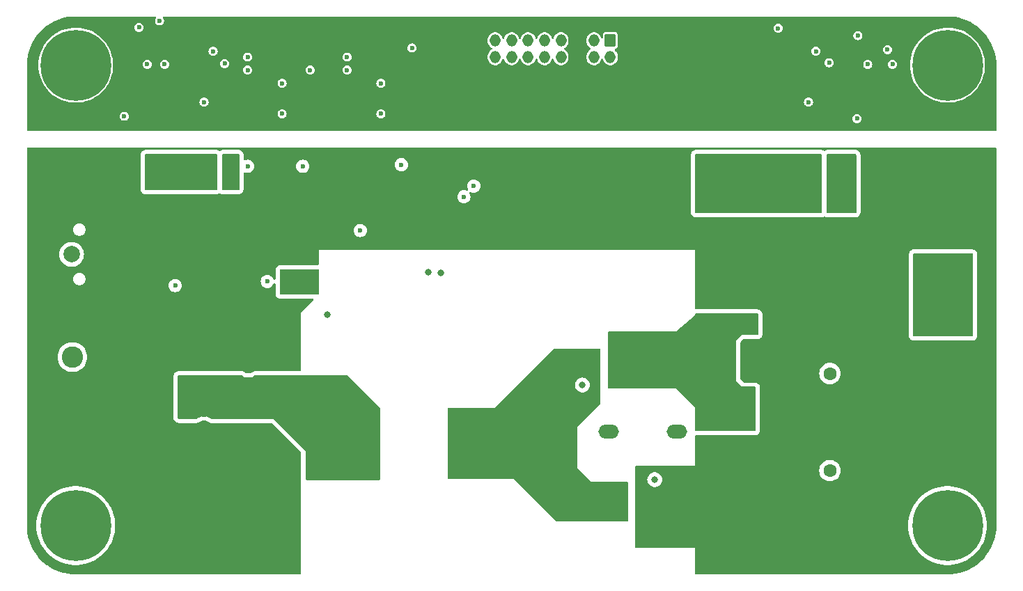
<source format=gbr>
%TF.GenerationSoftware,KiCad,Pcbnew,8.0.4*%
%TF.CreationDate,2024-08-09T15:48:12+02:00*%
%TF.ProjectId,ELE0124CL_power_boost,454c4530-3132-4344-934c-5f706f776572,1.0*%
%TF.SameCoordinates,Original*%
%TF.FileFunction,Copper,L2,Inr*%
%TF.FilePolarity,Positive*%
%FSLAX46Y46*%
G04 Gerber Fmt 4.6, Leading zero omitted, Abs format (unit mm)*
G04 Created by KiCad (PCBNEW 8.0.4) date 2024-08-09 15:48:12*
%MOMM*%
%LPD*%
G01*
G04 APERTURE LIST*
G04 Aperture macros list*
%AMRoundRect*
0 Rectangle with rounded corners*
0 $1 Rounding radius*
0 $2 $3 $4 $5 $6 $7 $8 $9 X,Y pos of 4 corners*
0 Add a 4 corners polygon primitive as box body*
4,1,4,$2,$3,$4,$5,$6,$7,$8,$9,$2,$3,0*
0 Add four circle primitives for the rounded corners*
1,1,$1+$1,$2,$3*
1,1,$1+$1,$4,$5*
1,1,$1+$1,$6,$7*
1,1,$1+$1,$8,$9*
0 Add four rect primitives between the rounded corners*
20,1,$1+$1,$2,$3,$4,$5,0*
20,1,$1+$1,$4,$5,$6,$7,0*
20,1,$1+$1,$6,$7,$8,$9,0*
20,1,$1+$1,$8,$9,$2,$3,0*%
G04 Aperture macros list end*
%TA.AperFunction,ComponentPad*%
%ADD10C,1.600000*%
%TD*%
%TA.AperFunction,ComponentPad*%
%ADD11C,1.200000*%
%TD*%
%TA.AperFunction,ComponentPad*%
%ADD12C,8.600000*%
%TD*%
%TA.AperFunction,ComponentPad*%
%ADD13RoundRect,0.050000X-1.250000X1.250000X-1.250000X-1.250000X1.250000X-1.250000X1.250000X1.250000X0*%
%TD*%
%TA.AperFunction,ComponentPad*%
%ADD14C,2.600000*%
%TD*%
%TA.AperFunction,ComponentPad*%
%ADD15O,2.500000X1.700000*%
%TD*%
%TA.AperFunction,ComponentPad*%
%ADD16RoundRect,0.200000X0.800000X-0.800000X0.800000X0.800000X-0.800000X0.800000X-0.800000X-0.800000X0*%
%TD*%
%TA.AperFunction,ComponentPad*%
%ADD17C,2.000000*%
%TD*%
%TA.AperFunction,ComponentPad*%
%ADD18RoundRect,0.050000X1.250000X-1.250000X1.250000X1.250000X-1.250000X1.250000X-1.250000X-1.250000X0*%
%TD*%
%TA.AperFunction,ComponentPad*%
%ADD19RoundRect,0.043333X-0.606667X0.706667X-0.606667X-0.706667X0.606667X-0.706667X0.606667X0.706667X0*%
%TD*%
%TA.AperFunction,ComponentPad*%
%ADD20O,1.300000X1.500000*%
%TD*%
%TA.AperFunction,ViaPad*%
%ADD21C,0.600000*%
%TD*%
%TA.AperFunction,ViaPad*%
%ADD22C,0.800000*%
%TD*%
G04 APERTURE END LIST*
D10*
%TO.N,/INDUCTOR*%
%TO.C,C2*%
X92600000Y-109000000D03*
%TO.N,GND_PWR*%
X92600000Y-111000000D03*
%TD*%
D11*
%TO.N,N/C*%
%TO.C,REF\u002A\u002A*%
X179775000Y-123000000D03*
X180719581Y-120719581D03*
X180719581Y-125280419D03*
X183000000Y-119775000D03*
D12*
X183000000Y-123000000D03*
D11*
X183000000Y-126225000D03*
X185280419Y-120719581D03*
X185280419Y-125280419D03*
X186225000Y-123000000D03*
%TD*%
D13*
%TO.N,+VOUT_OUT*%
%TO.C,J3*%
X183400000Y-97500000D03*
D14*
%TO.N,GND_PWR*%
X183400000Y-102500000D03*
%TD*%
D15*
%TO.N,/Gate Drivers/G_SENSE_L*%
%TO.C,TP6*%
X141800000Y-111600000D03*
%TD*%
D16*
%TO.N,GND_PWR*%
%TO.C,J1*%
X73500000Y-90000000D03*
D17*
%TO.N,+12V*%
X76500000Y-90000000D03*
%TD*%
D15*
%TO.N,/Gate Drivers/G_SENSE_H*%
%TO.C,TP5*%
X150100000Y-111600000D03*
%TD*%
D10*
%TO.N,/INDUCTOR*%
%TO.C,C1*%
X98000000Y-105700000D03*
%TO.N,GND_PWR*%
X98000000Y-103700000D03*
%TD*%
D11*
%TO.N,N/C*%
%TO.C,REF\u002A\u002A*%
X73775000Y-67000000D03*
X74719581Y-64719581D03*
X74719581Y-69280419D03*
X77000000Y-63775000D03*
D12*
X77000000Y-67000000D03*
D11*
X77000000Y-70225000D03*
X79280419Y-64719581D03*
X79280419Y-69280419D03*
X80225000Y-67000000D03*
%TD*%
D15*
%TO.N,/Gate Drivers/SWITCHING_NODE*%
%TO.C,TP7*%
X135700000Y-113000000D03*
%TD*%
%TO.N,GND_PWR*%
%TO.C,TP8*%
X95000000Y-120000000D03*
%TD*%
D10*
%TO.N,+VOUT*%
%TO.C,C8*%
X168700000Y-116300000D03*
%TO.N,GND_PWR*%
X168700000Y-121300000D03*
%TD*%
%TO.N,+VOUT*%
%TO.C,C11*%
X158700000Y-110500000D03*
%TO.N,GND_PWR*%
X158700000Y-115500000D03*
%TD*%
%TO.N,+VOUT*%
%TO.C,C7*%
X158700000Y-98500000D03*
%TO.N,GND_PWR*%
X158700000Y-103500000D03*
%TD*%
D18*
%TO.N,GND_PWR*%
%TO.C,J2*%
X76600000Y-107500000D03*
D14*
%TO.N,+24V_IN*%
X76600000Y-102500000D03*
%TD*%
D11*
%TO.N,N/C*%
%TO.C,REF\u002A\u002A*%
X73775000Y-123000000D03*
X74719581Y-120719581D03*
X74719581Y-125280419D03*
X77000000Y-119775000D03*
D12*
X77000000Y-123000000D03*
D11*
X77000000Y-126225000D03*
X79280419Y-120719581D03*
X79280419Y-125280419D03*
X80225000Y-123000000D03*
%TD*%
%TO.N,N/C*%
%TO.C,REF\u002A\u002A*%
X179775000Y-67000000D03*
X180719581Y-64719581D03*
X180719581Y-69280419D03*
X183000000Y-63775000D03*
D12*
X183000000Y-67000000D03*
D11*
X183000000Y-70225000D03*
X185280419Y-64719581D03*
X185280419Y-69280419D03*
X186225000Y-67000000D03*
%TD*%
D10*
%TO.N,+VOUT*%
%TO.C,C9*%
X168700000Y-104500000D03*
%TO.N,GND_PWR*%
X168700000Y-109500000D03*
%TD*%
D19*
%TO.N,/PWM_H1*%
%TO.C,J4*%
X142000000Y-64000000D03*
D20*
%TO.N,/PWM_L1*%
X142000000Y-66000000D03*
%TO.N,unconnected-(J4-Pin_3-Pad3)*%
X140000000Y-64000000D03*
%TO.N,unconnected-(J4-Pin_4-Pad4)*%
X140000000Y-66000000D03*
%TO.N,GND*%
X138000000Y-64000000D03*
X138000000Y-66000000D03*
%TO.N,+5V*%
X136000000Y-64000000D03*
%TO.N,/RESET*%
X136000000Y-66000000D03*
%TO.N,+3V3*%
X134000000Y-64000000D03*
%TO.N,unconnected-(J4-Pin_10-Pad10)*%
X134000000Y-66000000D03*
%TO.N,unconnected-(J4-Pin_11-Pad11)*%
X132000000Y-64000000D03*
%TO.N,/ADC_6*%
X132000000Y-66000000D03*
%TO.N,/ADC_0*%
X130000000Y-64000000D03*
%TO.N,unconnected-(J4-Pin_14-Pad14)*%
X130000000Y-66000000D03*
%TO.N,/ADC_2*%
X128000000Y-64000000D03*
%TO.N,/ADC_3*%
X128000000Y-66000000D03*
%TD*%
D21*
%TO.N,/Gate Drivers/SWITCHING_NODE*%
X135400000Y-104600000D03*
X135400000Y-103100000D03*
X136700000Y-105300000D03*
X136700000Y-103800000D03*
X136700000Y-102300000D03*
X134000000Y-106000000D03*
X134000000Y-118000000D03*
X139400000Y-120000000D03*
X138000000Y-121200000D03*
X141900000Y-120000000D03*
X143200000Y-121200000D03*
X143200000Y-118800000D03*
X140600000Y-118800000D03*
X138000000Y-118800000D03*
%TO.N,+VOUT*%
X145300000Y-100300000D03*
X142900000Y-100300000D03*
X144100000Y-101600000D03*
X144100000Y-104200000D03*
X145300000Y-102900000D03*
X142900000Y-102900000D03*
X142900000Y-105500000D03*
X145300000Y-105500000D03*
%TO.N,GND_PWR*%
X148600000Y-122700000D03*
X148600000Y-121500000D03*
X148600000Y-120300000D03*
X146000000Y-123300000D03*
X147400000Y-123300000D03*
X147400000Y-120900000D03*
X147400000Y-122100000D03*
X147400000Y-119700000D03*
D22*
%TO.N,/Gate Drivers/G_SENSE_L*%
X147400000Y-117400000D03*
%TO.N,/Gate Drivers/G_SENSE_H*%
X138600000Y-105900000D03*
X107600000Y-97300000D03*
D21*
%TO.N,GND_PWR*%
X146000000Y-86000000D03*
X146000000Y-82000000D03*
X89100000Y-88200000D03*
X173300000Y-99800000D03*
X134000000Y-86000000D03*
X176300000Y-82400000D03*
X163400000Y-98400000D03*
X173400000Y-95000000D03*
X163900000Y-124000000D03*
X126600000Y-88800000D03*
D22*
X121350000Y-92250000D03*
D21*
X163900000Y-122600000D03*
X91400000Y-99900000D03*
X128200000Y-83000000D03*
X75000000Y-80000000D03*
X183000000Y-115000000D03*
X96800000Y-112800000D03*
X99200000Y-112800000D03*
X80000000Y-115000000D03*
X154000000Y-125000000D03*
X134000000Y-82000000D03*
X85500000Y-93100000D03*
X163900000Y-121600000D03*
X154000000Y-124000000D03*
X140000000Y-86000000D03*
X154000000Y-119200000D03*
X124200000Y-88800000D03*
X93000000Y-115000000D03*
X173300000Y-100800000D03*
X140000000Y-82000000D03*
X86000000Y-125000000D03*
X163900000Y-125000000D03*
X86000000Y-115000000D03*
X94000000Y-125000000D03*
X173400000Y-98400000D03*
X98400000Y-98100000D03*
X154000000Y-120200000D03*
X163400000Y-96000000D03*
X173400000Y-97400000D03*
X80600000Y-83200000D03*
X163400000Y-95000000D03*
X183000000Y-110000000D03*
X81100000Y-91700000D03*
X176300000Y-86300000D03*
X86000000Y-120000000D03*
X91400000Y-102000000D03*
X80000000Y-80000000D03*
X173400000Y-96000000D03*
X182100000Y-79900000D03*
X93800000Y-102000000D03*
X85500000Y-94100000D03*
X163400000Y-97400000D03*
X182100000Y-78300000D03*
X93800000Y-99900000D03*
X87300000Y-86000000D03*
X154000000Y-121600000D03*
X154000000Y-122600000D03*
X75000000Y-115000000D03*
%TO.N,/INDUCTOR*%
X95200000Y-80200000D03*
X95200000Y-81600000D03*
X95800000Y-80900000D03*
X96400000Y-80200000D03*
%TO.N,+VOUT*%
X100300000Y-93300000D03*
%TO.N,/INDUCTOR*%
X103000000Y-105800000D03*
X101000000Y-107000000D03*
X103000000Y-108200000D03*
%TO.N,+VOUT*%
X155400000Y-79000000D03*
X160000000Y-81600000D03*
X156500000Y-82900000D03*
X165700000Y-80300000D03*
X160000000Y-79000000D03*
X161100000Y-80300000D03*
X162300000Y-79000000D03*
X153100000Y-81600000D03*
X155400000Y-81600000D03*
X163400000Y-82900000D03*
X157700000Y-81600000D03*
X162300000Y-81600000D03*
X156500000Y-80300000D03*
X154200000Y-80300000D03*
X158800000Y-80300000D03*
X161100000Y-82900000D03*
X165700000Y-82900000D03*
X164600000Y-81600000D03*
X166900000Y-81600000D03*
X163400000Y-80300000D03*
X157700000Y-79000000D03*
X154200000Y-82900000D03*
X158800000Y-82900000D03*
%TO.N,GND*%
X98100000Y-71200000D03*
X84700000Y-66300000D03*
X178000000Y-68100000D03*
X178100000Y-73500000D03*
X171600000Y-65000000D03*
X162900000Y-74400000D03*
X109700000Y-69900000D03*
X89400000Y-74500000D03*
X171000000Y-69800000D03*
X97900000Y-73300000D03*
X105400000Y-66000000D03*
X97700000Y-69200000D03*
X120500000Y-73100000D03*
X89200000Y-73500000D03*
X170600000Y-63500000D03*
X83100000Y-74500000D03*
X89800000Y-66700000D03*
X110000000Y-71200000D03*
X130000000Y-72000000D03*
X89800000Y-68300000D03*
X163100000Y-66700000D03*
X81900000Y-71400000D03*
X163100000Y-68300000D03*
X97100000Y-63500000D03*
X140000000Y-72000000D03*
X171600000Y-66900000D03*
%TO.N,+5V*%
X166100000Y-71500000D03*
X97900000Y-66000000D03*
X110000000Y-66000000D03*
X92605000Y-71500000D03*
X114100000Y-69200000D03*
X105500000Y-67600000D03*
X93705000Y-65300000D03*
X97900000Y-67600000D03*
X102100000Y-69200000D03*
X167000000Y-65300000D03*
X110000000Y-67600000D03*
%TO.N,/Gate Drivers/VBOOT*%
X97900000Y-79300000D03*
X104600000Y-79300000D03*
%TO.N,/INDUCTOR*%
X106400000Y-114000000D03*
X108700000Y-114000000D03*
X107500000Y-112700000D03*
X112100000Y-112700000D03*
X106400000Y-111400000D03*
X113300000Y-111400000D03*
X111000000Y-114000000D03*
X111000000Y-111400000D03*
X113300000Y-114000000D03*
X112100000Y-115200000D03*
X112100000Y-110100000D03*
X107500000Y-110100000D03*
X107500000Y-115200000D03*
X108700000Y-111400000D03*
%TO.N,+12V*%
X111600000Y-87100000D03*
X125400000Y-81700000D03*
X104300000Y-92300000D03*
X102800000Y-92300000D03*
X105800000Y-92300000D03*
X116600000Y-79100000D03*
X124200000Y-83000000D03*
%TO.N,+3V3*%
X172000000Y-73500000D03*
X84700000Y-62400000D03*
X172100000Y-63400000D03*
X82900000Y-73200000D03*
%TO.N,+24V_IN*%
X88400000Y-80200000D03*
X90800000Y-81400000D03*
X86800000Y-80200000D03*
X91600000Y-80200000D03*
X86000000Y-79000000D03*
X89100000Y-93800000D03*
X89200000Y-79000000D03*
X87600000Y-81400000D03*
X92400000Y-81400000D03*
X90000000Y-80200000D03*
X93200000Y-80200000D03*
X89200000Y-81400000D03*
X87600000Y-79000000D03*
X90800000Y-79000000D03*
X86000000Y-81400000D03*
%TO.N,+VOUT_OUT*%
X185300000Y-93300000D03*
X170200000Y-80300000D03*
X170200000Y-82900000D03*
X179600000Y-94600000D03*
X171300000Y-81600000D03*
X184200000Y-94600000D03*
X181900000Y-94600000D03*
X183000000Y-93300000D03*
X179600000Y-92000000D03*
X169000000Y-81600000D03*
X181900000Y-92000000D03*
X183000000Y-90700000D03*
X180700000Y-90700000D03*
X180700000Y-93300000D03*
X185300000Y-90700000D03*
X184200000Y-92000000D03*
X171300000Y-79000000D03*
%TO.N,/ADC_3*%
X95105000Y-66800000D03*
%TO.N,/ADC_2*%
X87200000Y-61600000D03*
%TO.N,/ADC_0*%
X175700000Y-65100000D03*
%TO.N,/RESET*%
X114100000Y-72900000D03*
X117900000Y-64900000D03*
X102100000Y-72900000D03*
%TO.N,/ADC_6*%
X168600000Y-66700000D03*
X162400000Y-62500000D03*
%TO.N,/Gate Drivers/SWITCHING_NODE*%
X125100000Y-114000000D03*
X129700000Y-114000000D03*
X128500000Y-110100000D03*
X123900000Y-115200000D03*
X127400000Y-111400000D03*
X122800000Y-114000000D03*
X129700000Y-111400000D03*
X127400000Y-114000000D03*
X122800000Y-111400000D03*
X128500000Y-115200000D03*
X123900000Y-110100000D03*
X128500000Y-112700000D03*
X125100000Y-111400000D03*
X123900000Y-112700000D03*
D22*
%TO.N,/Gate Drivers/G_SENSE_L*%
X119900000Y-92200000D03*
D21*
%TO.N,Net-(U8A-IN1+)*%
X87800000Y-66900000D03*
X85700000Y-66900000D03*
%TO.N,Net-(U12A-IN1+)*%
X173300000Y-66900000D03*
X176300000Y-66900000D03*
%TO.N,/Gate Drivers/SWITCHING_NODE*%
X140600000Y-121200000D03*
%TD*%
%TA.AperFunction,Conductor*%
%TO.N,/INDUCTOR*%
G36*
X97188736Y-104719685D02*
G01*
X97192820Y-104722425D01*
X97347266Y-104830568D01*
X97553504Y-104926739D01*
X97773308Y-104985635D01*
X97935230Y-104999801D01*
X97999998Y-105005468D01*
X98000000Y-105005468D01*
X98000002Y-105005468D01*
X98056673Y-105000509D01*
X98226692Y-104985635D01*
X98446496Y-104926739D01*
X98652734Y-104830568D01*
X98807180Y-104722425D01*
X98873387Y-104700098D01*
X98878303Y-104700000D01*
X109948638Y-104700000D01*
X110015677Y-104719685D01*
X110036319Y-104736319D01*
X113963681Y-108663681D01*
X113997166Y-108725004D01*
X114000000Y-108751362D01*
X114000000Y-117376000D01*
X113980315Y-117443039D01*
X113927511Y-117488794D01*
X113876000Y-117500000D01*
X105124000Y-117500000D01*
X105056961Y-117480315D01*
X105011206Y-117427511D01*
X105000000Y-117376000D01*
X105000000Y-113900000D01*
X101100000Y-110000000D01*
X93478303Y-110000000D01*
X93411264Y-109980315D01*
X93407180Y-109977575D01*
X93252734Y-109869432D01*
X93252732Y-109869431D01*
X93046497Y-109773261D01*
X93046488Y-109773258D01*
X92826697Y-109714366D01*
X92826693Y-109714365D01*
X92826692Y-109714365D01*
X92826691Y-109714364D01*
X92826686Y-109714364D01*
X92600002Y-109694532D01*
X92599998Y-109694532D01*
X92373313Y-109714364D01*
X92373302Y-109714366D01*
X92153511Y-109773258D01*
X92153502Y-109773261D01*
X91947267Y-109869431D01*
X91947265Y-109869432D01*
X91792820Y-109977575D01*
X91726613Y-109999902D01*
X91721697Y-110000000D01*
X89524000Y-110000000D01*
X89456961Y-109980315D01*
X89411206Y-109927511D01*
X89400000Y-109876000D01*
X89400000Y-104824000D01*
X89419685Y-104756961D01*
X89472489Y-104711206D01*
X89524000Y-104700000D01*
X97121697Y-104700000D01*
X97188736Y-104719685D01*
G37*
%TD.AperFunction*%
%TD*%
%TA.AperFunction,Conductor*%
%TO.N,/INDUCTOR*%
G36*
X96843039Y-77819685D02*
G01*
X96888794Y-77872489D01*
X96900000Y-77924000D01*
X96900000Y-82076000D01*
X96880315Y-82143039D01*
X96827511Y-82188794D01*
X96776000Y-82200000D01*
X94924000Y-82200000D01*
X94856961Y-82180315D01*
X94811206Y-82127511D01*
X94800000Y-82076000D01*
X94800000Y-77924000D01*
X94819685Y-77856961D01*
X94872489Y-77811206D01*
X94924000Y-77800000D01*
X96776000Y-77800000D01*
X96843039Y-77819685D01*
G37*
%TD.AperFunction*%
%TD*%
%TA.AperFunction,Conductor*%
%TO.N,+24V_IN*%
G36*
X94143039Y-77819685D02*
G01*
X94188794Y-77872489D01*
X94200000Y-77924000D01*
X94200000Y-82076000D01*
X94180315Y-82143039D01*
X94127511Y-82188794D01*
X94076000Y-82200000D01*
X85524000Y-82200000D01*
X85456961Y-82180315D01*
X85411206Y-82127511D01*
X85400000Y-82076000D01*
X85400000Y-77924000D01*
X85419685Y-77856961D01*
X85472489Y-77811206D01*
X85524000Y-77800000D01*
X94076000Y-77800000D01*
X94143039Y-77819685D01*
G37*
%TD.AperFunction*%
%TD*%
%TA.AperFunction,Conductor*%
%TO.N,GND_PWR*%
G36*
X188882539Y-77019685D02*
G01*
X188928294Y-77072489D01*
X188939500Y-77124000D01*
X188939500Y-122997575D01*
X188939404Y-123002443D01*
X188921382Y-123461140D01*
X188920618Y-123470847D01*
X188866947Y-123924304D01*
X188865424Y-123933920D01*
X188776341Y-124381769D01*
X188774068Y-124391237D01*
X188650124Y-124830708D01*
X188647116Y-124839968D01*
X188489067Y-125268378D01*
X188485341Y-125277373D01*
X188294168Y-125692061D01*
X188289749Y-125700732D01*
X188066633Y-126099133D01*
X188061552Y-126107426D01*
X187807862Y-126487100D01*
X187802139Y-126494977D01*
X187519445Y-126853573D01*
X187513122Y-126860976D01*
X187203168Y-127196283D01*
X187196283Y-127203168D01*
X186860976Y-127513122D01*
X186853573Y-127519445D01*
X186494977Y-127802139D01*
X186487100Y-127807862D01*
X186107426Y-128061552D01*
X186099133Y-128066633D01*
X185714014Y-128282312D01*
X185700736Y-128289748D01*
X185692061Y-128294168D01*
X185277373Y-128485341D01*
X185268378Y-128489067D01*
X184839968Y-128647116D01*
X184830708Y-128650124D01*
X184391237Y-128774068D01*
X184381769Y-128776341D01*
X183933920Y-128865424D01*
X183924304Y-128866947D01*
X183470847Y-128920618D01*
X183461140Y-128921382D01*
X183002443Y-128939404D01*
X182997575Y-128939500D01*
X152424000Y-128939500D01*
X152356961Y-128919815D01*
X152311206Y-128867011D01*
X152300000Y-128815500D01*
X152300000Y-125700000D01*
X156100000Y-125700000D01*
X156100000Y-122999996D01*
X178194661Y-122999996D01*
X178194661Y-123000003D01*
X178214005Y-123430737D01*
X178214005Y-123430745D01*
X178214006Y-123430747D01*
X178219438Y-123470847D01*
X178271885Y-123858027D01*
X178367830Y-124278391D01*
X178501073Y-124688472D01*
X178501076Y-124688480D01*
X178670533Y-125084947D01*
X178670537Y-125084955D01*
X178738647Y-125211523D01*
X178874863Y-125464655D01*
X178874867Y-125464661D01*
X178874867Y-125464662D01*
X179112394Y-125824501D01*
X179112404Y-125824514D01*
X179381225Y-126161607D01*
X179381235Y-126161618D01*
X179381236Y-126161619D01*
X179679210Y-126473274D01*
X180003920Y-126756965D01*
X180003930Y-126756972D01*
X180003931Y-126756973D01*
X180339524Y-127000796D01*
X180352753Y-127010407D01*
X180722900Y-127231560D01*
X180722903Y-127231561D01*
X180722904Y-127231562D01*
X180722906Y-127231563D01*
X181111372Y-127418639D01*
X181111386Y-127418645D01*
X181515055Y-127570144D01*
X181515059Y-127570145D01*
X181515069Y-127570149D01*
X181930711Y-127684859D01*
X182354964Y-127761850D01*
X182784409Y-127800500D01*
X182784416Y-127800500D01*
X183215584Y-127800500D01*
X183215591Y-127800500D01*
X183645036Y-127761850D01*
X184069289Y-127684859D01*
X184484931Y-127570149D01*
X184888619Y-127418643D01*
X185277100Y-127231560D01*
X185647247Y-127010407D01*
X185996080Y-126756965D01*
X186320790Y-126473274D01*
X186618764Y-126161619D01*
X186661982Y-126107426D01*
X186887595Y-125824514D01*
X186887601Y-125824507D01*
X187125137Y-125464655D01*
X187329461Y-125084958D01*
X187498926Y-124688475D01*
X187632168Y-124278397D01*
X187728115Y-123858026D01*
X187785994Y-123430747D01*
X187805339Y-123000000D01*
X187804666Y-122985024D01*
X187797306Y-122821123D01*
X187785994Y-122569253D01*
X187728115Y-122141974D01*
X187632168Y-121721603D01*
X187498926Y-121311525D01*
X187435376Y-121162843D01*
X187329466Y-120915052D01*
X187329462Y-120915044D01*
X187329461Y-120915042D01*
X187125137Y-120535345D01*
X187125132Y-120535337D01*
X186887605Y-120175498D01*
X186887595Y-120175485D01*
X186618774Y-119838392D01*
X186618762Y-119838379D01*
X186320794Y-119526730D01*
X186320793Y-119526729D01*
X186320790Y-119526726D01*
X185996080Y-119243035D01*
X185996068Y-119243026D01*
X185647256Y-118989599D01*
X185647251Y-118989596D01*
X185647247Y-118989593D01*
X185277100Y-118768440D01*
X185277095Y-118768437D01*
X185277093Y-118768436D01*
X184888627Y-118581360D01*
X184888613Y-118581354D01*
X184484944Y-118429855D01*
X184484919Y-118429847D01*
X184069295Y-118315142D01*
X183645043Y-118238151D01*
X183645040Y-118238150D01*
X183645036Y-118238150D01*
X183215591Y-118199500D01*
X182784409Y-118199500D01*
X182354964Y-118238150D01*
X182354960Y-118238150D01*
X182354956Y-118238151D01*
X181930704Y-118315142D01*
X181515080Y-118429847D01*
X181515055Y-118429855D01*
X181111386Y-118581354D01*
X181111372Y-118581360D01*
X180722906Y-118768436D01*
X180722904Y-118768437D01*
X180352743Y-118989599D01*
X180003931Y-119243026D01*
X180003914Y-119243039D01*
X179679210Y-119526726D01*
X179679205Y-119526730D01*
X179381237Y-119838379D01*
X179381225Y-119838392D01*
X179112404Y-120175485D01*
X179112394Y-120175498D01*
X178874867Y-120535337D01*
X178874867Y-120535338D01*
X178670537Y-120915044D01*
X178670533Y-120915052D01*
X178501076Y-121311519D01*
X178501073Y-121311527D01*
X178367830Y-121721608D01*
X178271885Y-122141972D01*
X178214006Y-122569253D01*
X178214005Y-122569262D01*
X178194661Y-122999996D01*
X156100000Y-122999996D01*
X156100000Y-116299998D01*
X167394532Y-116299998D01*
X167394532Y-116300001D01*
X167414364Y-116526686D01*
X167414366Y-116526697D01*
X167473258Y-116746488D01*
X167473261Y-116746497D01*
X167569431Y-116952732D01*
X167569432Y-116952734D01*
X167699954Y-117139141D01*
X167860858Y-117300045D01*
X167860861Y-117300047D01*
X168047266Y-117430568D01*
X168253504Y-117526739D01*
X168473308Y-117585635D01*
X168635230Y-117599801D01*
X168699998Y-117605468D01*
X168700000Y-117605468D01*
X168700002Y-117605468D01*
X168756673Y-117600509D01*
X168926692Y-117585635D01*
X169146496Y-117526739D01*
X169352734Y-117430568D01*
X169539139Y-117300047D01*
X169700047Y-117139139D01*
X169830568Y-116952734D01*
X169926739Y-116746496D01*
X169985635Y-116526692D01*
X170005468Y-116300000D01*
X169985635Y-116073308D01*
X169926739Y-115853504D01*
X169830568Y-115647266D01*
X169700047Y-115460861D01*
X169700045Y-115460858D01*
X169539141Y-115299954D01*
X169352734Y-115169432D01*
X169352732Y-115169431D01*
X169146497Y-115073261D01*
X169146488Y-115073258D01*
X168926697Y-115014366D01*
X168926693Y-115014365D01*
X168926692Y-115014365D01*
X168926691Y-115014364D01*
X168926686Y-115014364D01*
X168700002Y-114994532D01*
X168699998Y-114994532D01*
X168473313Y-115014364D01*
X168473302Y-115014366D01*
X168253511Y-115073258D01*
X168253502Y-115073261D01*
X168047267Y-115169431D01*
X168047265Y-115169432D01*
X167860858Y-115299954D01*
X167699954Y-115460858D01*
X167569432Y-115647265D01*
X167569431Y-115647267D01*
X167473261Y-115853502D01*
X167473258Y-115853511D01*
X167414366Y-116073302D01*
X167414364Y-116073313D01*
X167394532Y-116299998D01*
X156100000Y-116299998D01*
X156100000Y-115700000D01*
X152300000Y-115700000D01*
X152300000Y-112129500D01*
X152319685Y-112062461D01*
X152372489Y-112016706D01*
X152424000Y-112005500D01*
X159575990Y-112005500D01*
X159576000Y-112005500D01*
X159683456Y-111993947D01*
X159734967Y-111982741D01*
X159769197Y-111971347D01*
X159837497Y-111948616D01*
X159837501Y-111948613D01*
X159837504Y-111948613D01*
X159958543Y-111870825D01*
X160011347Y-111825070D01*
X160105567Y-111716336D01*
X160165338Y-111585459D01*
X160185023Y-111518420D01*
X160185024Y-111518416D01*
X160205500Y-111376000D01*
X160205500Y-106224000D01*
X160193947Y-106116544D01*
X160182741Y-106065033D01*
X160182637Y-106064722D01*
X160148616Y-105962502D01*
X160148613Y-105962496D01*
X160070828Y-105841462D01*
X160070825Y-105841457D01*
X160070820Y-105841451D01*
X160025076Y-105788659D01*
X160025072Y-105788656D01*
X160025070Y-105788653D01*
X159916336Y-105694433D01*
X159916333Y-105694431D01*
X159916331Y-105694430D01*
X159785465Y-105634664D01*
X159785460Y-105634662D01*
X159785459Y-105634662D01*
X159718420Y-105614977D01*
X159718422Y-105614977D01*
X159718417Y-105614976D01*
X159670944Y-105608150D01*
X159576000Y-105594500D01*
X159575998Y-105594500D01*
X158260746Y-105594500D01*
X158193707Y-105574815D01*
X158173065Y-105558181D01*
X157841819Y-105226935D01*
X157808334Y-105165612D01*
X157805500Y-105139254D01*
X157805500Y-104499998D01*
X167394532Y-104499998D01*
X167394532Y-104500001D01*
X167414364Y-104726686D01*
X167414366Y-104726697D01*
X167473258Y-104946488D01*
X167473261Y-104946497D01*
X167569431Y-105152732D01*
X167569432Y-105152734D01*
X167699954Y-105339141D01*
X167860858Y-105500045D01*
X167860861Y-105500047D01*
X168047266Y-105630568D01*
X168253504Y-105726739D01*
X168473308Y-105785635D01*
X168635230Y-105799801D01*
X168699998Y-105805468D01*
X168700000Y-105805468D01*
X168700002Y-105805468D01*
X168756673Y-105800509D01*
X168926692Y-105785635D01*
X169146496Y-105726739D01*
X169352734Y-105630568D01*
X169539139Y-105500047D01*
X169700047Y-105339139D01*
X169830568Y-105152734D01*
X169926739Y-104946496D01*
X169985635Y-104726692D01*
X170005468Y-104500000D01*
X169985635Y-104273308D01*
X169929459Y-104063654D01*
X169926741Y-104053511D01*
X169926738Y-104053502D01*
X169830568Y-103847267D01*
X169830567Y-103847265D01*
X169700045Y-103660858D01*
X169539141Y-103499954D01*
X169352734Y-103369432D01*
X169352732Y-103369431D01*
X169146497Y-103273261D01*
X169146488Y-103273258D01*
X168926697Y-103214366D01*
X168926693Y-103214365D01*
X168926692Y-103214365D01*
X168926691Y-103214364D01*
X168926686Y-103214364D01*
X168700002Y-103194532D01*
X168699998Y-103194532D01*
X168473313Y-103214364D01*
X168473302Y-103214366D01*
X168253511Y-103273258D01*
X168253502Y-103273261D01*
X168047267Y-103369431D01*
X168047265Y-103369432D01*
X167860858Y-103499954D01*
X167699954Y-103660858D01*
X167569432Y-103847265D01*
X167569431Y-103847267D01*
X167473261Y-104053502D01*
X167473258Y-104053511D01*
X167414366Y-104273302D01*
X167414364Y-104273313D01*
X167394532Y-104499998D01*
X157805500Y-104499998D01*
X157805500Y-100760745D01*
X157825185Y-100693706D01*
X157841819Y-100673064D01*
X158173064Y-100341819D01*
X158234387Y-100308334D01*
X158260745Y-100305500D01*
X159875990Y-100305500D01*
X159876000Y-100305500D01*
X159983456Y-100293947D01*
X160034967Y-100282741D01*
X160069197Y-100271347D01*
X160137497Y-100248616D01*
X160137501Y-100248613D01*
X160137504Y-100248613D01*
X160258543Y-100170825D01*
X160311347Y-100125070D01*
X160405567Y-100016336D01*
X160465338Y-99885459D01*
X160485023Y-99818420D01*
X160485024Y-99818416D01*
X160505500Y-99676000D01*
X160505500Y-97324000D01*
X160493947Y-97216544D01*
X160482741Y-97165033D01*
X160474971Y-97141687D01*
X160448616Y-97062502D01*
X160448613Y-97062496D01*
X160370828Y-96941462D01*
X160370825Y-96941457D01*
X160370820Y-96941451D01*
X160325076Y-96888659D01*
X160325072Y-96888656D01*
X160325070Y-96888653D01*
X160216336Y-96794433D01*
X160216333Y-96794431D01*
X160216331Y-96794430D01*
X160085465Y-96734664D01*
X160085460Y-96734662D01*
X160085459Y-96734662D01*
X160018420Y-96714977D01*
X160018422Y-96714977D01*
X160018417Y-96714976D01*
X159956354Y-96706053D01*
X159876000Y-96694500D01*
X152424000Y-96694500D01*
X152356961Y-96674815D01*
X152311206Y-96622011D01*
X152300000Y-96570500D01*
X152300000Y-90024000D01*
X178294500Y-90024000D01*
X178294500Y-99876000D01*
X178294501Y-99876009D01*
X178306052Y-99983450D01*
X178306054Y-99983462D01*
X178317260Y-100034972D01*
X178351383Y-100137497D01*
X178351386Y-100137503D01*
X178429171Y-100258537D01*
X178429179Y-100258548D01*
X178474923Y-100311340D01*
X178474926Y-100311343D01*
X178474930Y-100311347D01*
X178583664Y-100405567D01*
X178583667Y-100405568D01*
X178583668Y-100405569D01*
X178677925Y-100448616D01*
X178714541Y-100465338D01*
X178781580Y-100485023D01*
X178781584Y-100485024D01*
X178924000Y-100505500D01*
X178924003Y-100505500D01*
X185975990Y-100505500D01*
X185976000Y-100505500D01*
X186083456Y-100493947D01*
X186134967Y-100482741D01*
X186169197Y-100471347D01*
X186237497Y-100448616D01*
X186237501Y-100448613D01*
X186237504Y-100448613D01*
X186358543Y-100370825D01*
X186411347Y-100325070D01*
X186505567Y-100216336D01*
X186565338Y-100085459D01*
X186585023Y-100018420D01*
X186585024Y-100018416D01*
X186605500Y-99876000D01*
X186605500Y-90024000D01*
X186593947Y-89916544D01*
X186582741Y-89865033D01*
X186582637Y-89864722D01*
X186548616Y-89762502D01*
X186548613Y-89762496D01*
X186470828Y-89641462D01*
X186470825Y-89641457D01*
X186470820Y-89641451D01*
X186425076Y-89588659D01*
X186425072Y-89588656D01*
X186425070Y-89588653D01*
X186316336Y-89494433D01*
X186316333Y-89494431D01*
X186316331Y-89494430D01*
X186185465Y-89434664D01*
X186185460Y-89434662D01*
X186185459Y-89434662D01*
X186118420Y-89414977D01*
X186118422Y-89414977D01*
X186118417Y-89414976D01*
X186056347Y-89406052D01*
X185976000Y-89394500D01*
X178924000Y-89394500D01*
X178923991Y-89394500D01*
X178923990Y-89394501D01*
X178816549Y-89406052D01*
X178816537Y-89406054D01*
X178765027Y-89417260D01*
X178662502Y-89451383D01*
X178662496Y-89451386D01*
X178541462Y-89529171D01*
X178541451Y-89529179D01*
X178488659Y-89574923D01*
X178394433Y-89683664D01*
X178394430Y-89683668D01*
X178334664Y-89814534D01*
X178314976Y-89881582D01*
X178309949Y-89916549D01*
X178294500Y-90024000D01*
X152300000Y-90024000D01*
X152300000Y-89500000D01*
X106600000Y-89500000D01*
X106600000Y-91170500D01*
X106580315Y-91237539D01*
X106527511Y-91283294D01*
X106476000Y-91294500D01*
X101924000Y-91294500D01*
X101923991Y-91294500D01*
X101923990Y-91294501D01*
X101816549Y-91306052D01*
X101816537Y-91306054D01*
X101765027Y-91317260D01*
X101662502Y-91351383D01*
X101662496Y-91351386D01*
X101541462Y-91429171D01*
X101541451Y-91429179D01*
X101488659Y-91474923D01*
X101394433Y-91583664D01*
X101394430Y-91583668D01*
X101334664Y-91714534D01*
X101314976Y-91781582D01*
X101294500Y-91924001D01*
X101294500Y-92988596D01*
X101274815Y-93055635D01*
X101222011Y-93101390D01*
X101152853Y-93111334D01*
X101089297Y-93082309D01*
X101053459Y-93029551D01*
X101025790Y-92950480D01*
X101025789Y-92950478D01*
X100929816Y-92797738D01*
X100802262Y-92670184D01*
X100761383Y-92644498D01*
X100649523Y-92574211D01*
X100479254Y-92514631D01*
X100479249Y-92514630D01*
X100300004Y-92494435D01*
X100299996Y-92494435D01*
X100120750Y-92514630D01*
X100120745Y-92514631D01*
X99950476Y-92574211D01*
X99797737Y-92670184D01*
X99670184Y-92797737D01*
X99574211Y-92950476D01*
X99514631Y-93120745D01*
X99514630Y-93120750D01*
X99494435Y-93299996D01*
X99494435Y-93300003D01*
X99514630Y-93479249D01*
X99514631Y-93479254D01*
X99574211Y-93649523D01*
X99637660Y-93750500D01*
X99670184Y-93802262D01*
X99797738Y-93929816D01*
X99950478Y-94025789D01*
X100120745Y-94085368D01*
X100120750Y-94085369D01*
X100299996Y-94105565D01*
X100300000Y-94105565D01*
X100300004Y-94105565D01*
X100479249Y-94085369D01*
X100479252Y-94085368D01*
X100479255Y-94085368D01*
X100649522Y-94025789D01*
X100802262Y-93929816D01*
X100929816Y-93802262D01*
X101025789Y-93649522D01*
X101053458Y-93570449D01*
X101094180Y-93513673D01*
X101159133Y-93487925D01*
X101227694Y-93501381D01*
X101278097Y-93549768D01*
X101294500Y-93611403D01*
X101294500Y-94776000D01*
X101294501Y-94776009D01*
X101306052Y-94883450D01*
X101306054Y-94883462D01*
X101317260Y-94934972D01*
X101351383Y-95037497D01*
X101351386Y-95037503D01*
X101429171Y-95158537D01*
X101429179Y-95158548D01*
X101474923Y-95211340D01*
X101474926Y-95211343D01*
X101474930Y-95211347D01*
X101583664Y-95305567D01*
X101714541Y-95365338D01*
X101781580Y-95385023D01*
X101781584Y-95385024D01*
X101924000Y-95405500D01*
X101924003Y-95405500D01*
X105795138Y-95405500D01*
X105862177Y-95425185D01*
X105907932Y-95477989D01*
X105917876Y-95547147D01*
X105888851Y-95610703D01*
X105882819Y-95617181D01*
X104400000Y-97099999D01*
X104400000Y-104070500D01*
X104380315Y-104137539D01*
X104327511Y-104183294D01*
X104276000Y-104194500D01*
X98878303Y-104194500D01*
X98876099Y-104194521D01*
X98868203Y-104194600D01*
X98863332Y-104194697D01*
X98853349Y-104194994D01*
X98711852Y-104221102D01*
X98645819Y-104243371D01*
X98645654Y-104243426D01*
X98645637Y-104243433D01*
X98517236Y-104308343D01*
X98517233Y-104308345D01*
X98407907Y-104384895D01*
X98389188Y-104395702D01*
X98345375Y-104416132D01*
X98276297Y-104426624D01*
X98260878Y-104423525D01*
X98226697Y-104414366D01*
X98226693Y-104414365D01*
X98226692Y-104414365D01*
X98226691Y-104414364D01*
X98226686Y-104414364D01*
X98000002Y-104394532D01*
X97999999Y-104394532D01*
X97773313Y-104414364D01*
X97773301Y-104414366D01*
X97739114Y-104423526D01*
X97669264Y-104421861D01*
X97654628Y-104416136D01*
X97610806Y-104395701D01*
X97592099Y-104384901D01*
X97482761Y-104308342D01*
X97482760Y-104308341D01*
X97482711Y-104308307D01*
X97474461Y-104302653D01*
X97470382Y-104299916D01*
X97462036Y-104294435D01*
X97462035Y-104294434D01*
X97331159Y-104234663D01*
X97264114Y-104214976D01*
X97202044Y-104206052D01*
X97121697Y-104194500D01*
X89524000Y-104194500D01*
X89523991Y-104194500D01*
X89523990Y-104194501D01*
X89416549Y-104206052D01*
X89416537Y-104206054D01*
X89365027Y-104217260D01*
X89262502Y-104251383D01*
X89262496Y-104251386D01*
X89141462Y-104329171D01*
X89141451Y-104329179D01*
X89088659Y-104374923D01*
X88994433Y-104483664D01*
X88994430Y-104483668D01*
X88934664Y-104614534D01*
X88914976Y-104681582D01*
X88908490Y-104726697D01*
X88894500Y-104824000D01*
X88894500Y-109876000D01*
X88894501Y-109876009D01*
X88906052Y-109983450D01*
X88906054Y-109983462D01*
X88917260Y-110034972D01*
X88951383Y-110137497D01*
X88951386Y-110137503D01*
X89029171Y-110258537D01*
X89029179Y-110258548D01*
X89074923Y-110311340D01*
X89074926Y-110311343D01*
X89074930Y-110311347D01*
X89183664Y-110405567D01*
X89183667Y-110405568D01*
X89183668Y-110405569D01*
X89300899Y-110459108D01*
X89314541Y-110465338D01*
X89381580Y-110485023D01*
X89381584Y-110485024D01*
X89524000Y-110505500D01*
X89524003Y-110505500D01*
X91721690Y-110505500D01*
X91721697Y-110505500D01*
X91731772Y-110505400D01*
X91736688Y-110505302D01*
X91746653Y-110505005D01*
X91888145Y-110478898D01*
X91888149Y-110478896D01*
X91888152Y-110478896D01*
X91946830Y-110459108D01*
X91947636Y-110458892D01*
X91954352Y-110456570D01*
X91954357Y-110456570D01*
X92082762Y-110391657D01*
X92192093Y-110315102D01*
X92210810Y-110304295D01*
X92250825Y-110285635D01*
X92254617Y-110283866D01*
X92323694Y-110273374D01*
X92339110Y-110276471D01*
X92373308Y-110285635D01*
X92535230Y-110299801D01*
X92599998Y-110305468D01*
X92600000Y-110305468D01*
X92600002Y-110305468D01*
X92656673Y-110300509D01*
X92826692Y-110285635D01*
X92860881Y-110276474D01*
X92930730Y-110278137D01*
X92945379Y-110283867D01*
X92949170Y-110285635D01*
X92989185Y-110304294D01*
X93007903Y-110315101D01*
X93117241Y-110391660D01*
X93125538Y-110397346D01*
X93129617Y-110400083D01*
X93129631Y-110400092D01*
X93137967Y-110405567D01*
X93268844Y-110465338D01*
X93335883Y-110485023D01*
X93335887Y-110485024D01*
X93478303Y-110505500D01*
X100839254Y-110505500D01*
X100906293Y-110525185D01*
X100926935Y-110541819D01*
X104363681Y-113978565D01*
X104397166Y-114039888D01*
X104400000Y-114066246D01*
X104400000Y-128815500D01*
X104380315Y-128882539D01*
X104327511Y-128928294D01*
X104276000Y-128939500D01*
X77002425Y-128939500D01*
X76997557Y-128939404D01*
X76538859Y-128921382D01*
X76529152Y-128920618D01*
X76075695Y-128866947D01*
X76066079Y-128865424D01*
X75618230Y-128776341D01*
X75608762Y-128774068D01*
X75169291Y-128650124D01*
X75160031Y-128647116D01*
X74731621Y-128489067D01*
X74722626Y-128485341D01*
X74307938Y-128294168D01*
X74299277Y-128289755D01*
X73900854Y-128066627D01*
X73892573Y-128061552D01*
X73864830Y-128043015D01*
X73512899Y-127807862D01*
X73505022Y-127802139D01*
X73219623Y-127577149D01*
X73146423Y-127519442D01*
X73139023Y-127513122D01*
X73074849Y-127453800D01*
X72803709Y-127203161D01*
X72796838Y-127196290D01*
X72486872Y-126860970D01*
X72480554Y-126853573D01*
X72404394Y-126756965D01*
X72197857Y-126494974D01*
X72192137Y-126487100D01*
X72182898Y-126473273D01*
X71938442Y-126107417D01*
X71933376Y-126099152D01*
X71710239Y-125700713D01*
X71705831Y-125692061D01*
X71702351Y-125684513D01*
X71514658Y-125277373D01*
X71510932Y-125268378D01*
X71352883Y-124839968D01*
X71349875Y-124830708D01*
X71322840Y-124734848D01*
X71225930Y-124391233D01*
X71223658Y-124381769D01*
X71196558Y-124245530D01*
X71134574Y-123933914D01*
X71133052Y-123924304D01*
X71079379Y-123470828D01*
X71078618Y-123461158D01*
X71060596Y-123002443D01*
X71060548Y-122999996D01*
X72194661Y-122999996D01*
X72194661Y-123000003D01*
X72214005Y-123430737D01*
X72214005Y-123430745D01*
X72214006Y-123430747D01*
X72219438Y-123470847D01*
X72271885Y-123858027D01*
X72367830Y-124278391D01*
X72501073Y-124688472D01*
X72501076Y-124688480D01*
X72670533Y-125084947D01*
X72670537Y-125084955D01*
X72738647Y-125211523D01*
X72874863Y-125464655D01*
X72874867Y-125464661D01*
X72874867Y-125464662D01*
X73112394Y-125824501D01*
X73112404Y-125824514D01*
X73381225Y-126161607D01*
X73381235Y-126161618D01*
X73381236Y-126161619D01*
X73679210Y-126473274D01*
X74003920Y-126756965D01*
X74003930Y-126756972D01*
X74003931Y-126756973D01*
X74339524Y-127000796D01*
X74352753Y-127010407D01*
X74722900Y-127231560D01*
X74722903Y-127231561D01*
X74722904Y-127231562D01*
X74722906Y-127231563D01*
X75111372Y-127418639D01*
X75111386Y-127418645D01*
X75515055Y-127570144D01*
X75515059Y-127570145D01*
X75515069Y-127570149D01*
X75930711Y-127684859D01*
X76354964Y-127761850D01*
X76784409Y-127800500D01*
X76784416Y-127800500D01*
X77215584Y-127800500D01*
X77215591Y-127800500D01*
X77645036Y-127761850D01*
X78069289Y-127684859D01*
X78484931Y-127570149D01*
X78888619Y-127418643D01*
X79277100Y-127231560D01*
X79647247Y-127010407D01*
X79996080Y-126756965D01*
X80320790Y-126473274D01*
X80618764Y-126161619D01*
X80661982Y-126107426D01*
X80887595Y-125824514D01*
X80887601Y-125824507D01*
X81125137Y-125464655D01*
X81329461Y-125084958D01*
X81498926Y-124688475D01*
X81632168Y-124278397D01*
X81728115Y-123858026D01*
X81785994Y-123430747D01*
X81805339Y-123000000D01*
X81804666Y-122985024D01*
X81797306Y-122821123D01*
X81785994Y-122569253D01*
X81728115Y-122141974D01*
X81632168Y-121721603D01*
X81498926Y-121311525D01*
X81435376Y-121162843D01*
X81329466Y-120915052D01*
X81329462Y-120915044D01*
X81329461Y-120915042D01*
X81125137Y-120535345D01*
X81125132Y-120535337D01*
X80887605Y-120175498D01*
X80887595Y-120175485D01*
X80618774Y-119838392D01*
X80618762Y-119838379D01*
X80320794Y-119526730D01*
X80320793Y-119526729D01*
X80320790Y-119526726D01*
X79996080Y-119243035D01*
X79996068Y-119243026D01*
X79647256Y-118989599D01*
X79647251Y-118989596D01*
X79647247Y-118989593D01*
X79277100Y-118768440D01*
X79277095Y-118768437D01*
X79277093Y-118768436D01*
X78888627Y-118581360D01*
X78888613Y-118581354D01*
X78484944Y-118429855D01*
X78484919Y-118429847D01*
X78069295Y-118315142D01*
X77645043Y-118238151D01*
X77645040Y-118238150D01*
X77645036Y-118238150D01*
X77215591Y-118199500D01*
X76784409Y-118199500D01*
X76354964Y-118238150D01*
X76354960Y-118238150D01*
X76354956Y-118238151D01*
X75930704Y-118315142D01*
X75515080Y-118429847D01*
X75515055Y-118429855D01*
X75111386Y-118581354D01*
X75111372Y-118581360D01*
X74722906Y-118768436D01*
X74722904Y-118768437D01*
X74352743Y-118989599D01*
X74003931Y-119243026D01*
X74003914Y-119243039D01*
X73679210Y-119526726D01*
X73679205Y-119526730D01*
X73381237Y-119838379D01*
X73381225Y-119838392D01*
X73112404Y-120175485D01*
X73112394Y-120175498D01*
X72874867Y-120535337D01*
X72874867Y-120535338D01*
X72670537Y-120915044D01*
X72670533Y-120915052D01*
X72501076Y-121311519D01*
X72501073Y-121311527D01*
X72367830Y-121721608D01*
X72271885Y-122141972D01*
X72214006Y-122569253D01*
X72214005Y-122569262D01*
X72194661Y-122999996D01*
X71060548Y-122999996D01*
X71060500Y-122997575D01*
X71060500Y-102499995D01*
X74794451Y-102499995D01*
X74794451Y-102500004D01*
X74814616Y-102769101D01*
X74874664Y-103032188D01*
X74874666Y-103032195D01*
X74946163Y-103214366D01*
X74973257Y-103283398D01*
X75108185Y-103517102D01*
X75244080Y-103687509D01*
X75276442Y-103728089D01*
X75463183Y-103901358D01*
X75474259Y-103911635D01*
X75697226Y-104063651D01*
X75940359Y-104180738D01*
X76198228Y-104260280D01*
X76198229Y-104260280D01*
X76198232Y-104260281D01*
X76465063Y-104300499D01*
X76465068Y-104300499D01*
X76465071Y-104300500D01*
X76465072Y-104300500D01*
X76734928Y-104300500D01*
X76734929Y-104300500D01*
X76775168Y-104294435D01*
X77001767Y-104260281D01*
X77001768Y-104260280D01*
X77001772Y-104260280D01*
X77259641Y-104180738D01*
X77502775Y-104063651D01*
X77725741Y-103911635D01*
X77923561Y-103728085D01*
X78091815Y-103517102D01*
X78226743Y-103283398D01*
X78325334Y-103032195D01*
X78385383Y-102769103D01*
X78405549Y-102500000D01*
X78385383Y-102230897D01*
X78325334Y-101967805D01*
X78226743Y-101716602D01*
X78091815Y-101482898D01*
X77923561Y-101271915D01*
X77923560Y-101271914D01*
X77923557Y-101271910D01*
X77725741Y-101088365D01*
X77646973Y-101034662D01*
X77502775Y-100936349D01*
X77502769Y-100936346D01*
X77502768Y-100936345D01*
X77502767Y-100936344D01*
X77259643Y-100819263D01*
X77259645Y-100819263D01*
X77001773Y-100739720D01*
X77001767Y-100739718D01*
X76734936Y-100699500D01*
X76734929Y-100699500D01*
X76465071Y-100699500D01*
X76465063Y-100699500D01*
X76198232Y-100739718D01*
X76198226Y-100739720D01*
X75940358Y-100819262D01*
X75697230Y-100936346D01*
X75474258Y-101088365D01*
X75276442Y-101271910D01*
X75108185Y-101482898D01*
X74973258Y-101716599D01*
X74973256Y-101716603D01*
X74874666Y-101967804D01*
X74874664Y-101967811D01*
X74814616Y-102230898D01*
X74794451Y-102499995D01*
X71060500Y-102499995D01*
X71060500Y-93799996D01*
X88294435Y-93799996D01*
X88294435Y-93800003D01*
X88314630Y-93979249D01*
X88314631Y-93979254D01*
X88374211Y-94149523D01*
X88470184Y-94302262D01*
X88597738Y-94429816D01*
X88750478Y-94525789D01*
X88920745Y-94585368D01*
X88920750Y-94585369D01*
X89099996Y-94605565D01*
X89100000Y-94605565D01*
X89100004Y-94605565D01*
X89279249Y-94585369D01*
X89279252Y-94585368D01*
X89279255Y-94585368D01*
X89449522Y-94525789D01*
X89602262Y-94429816D01*
X89729816Y-94302262D01*
X89825789Y-94149522D01*
X89885368Y-93979255D01*
X89885369Y-93979249D01*
X89905565Y-93800003D01*
X89905565Y-93799996D01*
X89885369Y-93620750D01*
X89885368Y-93620745D01*
X89838892Y-93487925D01*
X89825789Y-93450478D01*
X89729816Y-93297738D01*
X89602262Y-93170184D01*
X89449523Y-93074211D01*
X89279254Y-93014631D01*
X89279249Y-93014630D01*
X89100004Y-92994435D01*
X89099996Y-92994435D01*
X88920750Y-93014630D01*
X88920745Y-93014631D01*
X88750476Y-93074211D01*
X88597737Y-93170184D01*
X88470184Y-93297737D01*
X88374211Y-93450476D01*
X88314631Y-93620745D01*
X88314630Y-93620750D01*
X88294435Y-93799996D01*
X71060500Y-93799996D01*
X71060500Y-93073920D01*
X76689499Y-93073920D01*
X76718340Y-93218907D01*
X76718343Y-93218917D01*
X76774912Y-93355488D01*
X76774919Y-93355501D01*
X76857048Y-93478415D01*
X76857051Y-93478419D01*
X76961580Y-93582948D01*
X76961584Y-93582951D01*
X77084498Y-93665080D01*
X77084511Y-93665087D01*
X77221082Y-93721656D01*
X77221087Y-93721658D01*
X77221091Y-93721658D01*
X77221092Y-93721659D01*
X77366079Y-93750500D01*
X77366082Y-93750500D01*
X77513920Y-93750500D01*
X77611462Y-93731096D01*
X77658913Y-93721658D01*
X77795495Y-93665084D01*
X77918416Y-93582951D01*
X78022951Y-93478416D01*
X78105084Y-93355495D01*
X78161658Y-93218913D01*
X78171351Y-93170184D01*
X78190500Y-93073920D01*
X78190500Y-92926079D01*
X78161659Y-92781092D01*
X78161658Y-92781091D01*
X78161658Y-92781087D01*
X78115721Y-92670184D01*
X78105087Y-92644511D01*
X78105080Y-92644498D01*
X78022951Y-92521584D01*
X78022948Y-92521580D01*
X77918419Y-92417051D01*
X77918415Y-92417048D01*
X77795501Y-92334919D01*
X77795488Y-92334912D01*
X77658917Y-92278343D01*
X77658907Y-92278340D01*
X77513920Y-92249500D01*
X77513918Y-92249500D01*
X77366082Y-92249500D01*
X77366080Y-92249500D01*
X77221092Y-92278340D01*
X77221082Y-92278343D01*
X77084511Y-92334912D01*
X77084498Y-92334919D01*
X76961584Y-92417048D01*
X76961580Y-92417051D01*
X76857051Y-92521580D01*
X76857048Y-92521584D01*
X76774919Y-92644498D01*
X76774912Y-92644511D01*
X76718343Y-92781082D01*
X76718340Y-92781092D01*
X76689500Y-92926079D01*
X76689500Y-92926082D01*
X76689500Y-93073918D01*
X76689500Y-93073920D01*
X76689499Y-93073920D01*
X71060500Y-93073920D01*
X71060500Y-89999994D01*
X74994357Y-89999994D01*
X74994357Y-90000005D01*
X75014890Y-90247812D01*
X75014892Y-90247824D01*
X75075936Y-90488881D01*
X75175826Y-90716606D01*
X75311833Y-90924782D01*
X75311836Y-90924785D01*
X75480256Y-91107738D01*
X75676491Y-91260474D01*
X75895190Y-91378828D01*
X76130386Y-91459571D01*
X76375665Y-91500500D01*
X76624335Y-91500500D01*
X76869614Y-91459571D01*
X77104810Y-91378828D01*
X77323509Y-91260474D01*
X77519744Y-91107738D01*
X77688164Y-90924785D01*
X77824173Y-90716607D01*
X77924063Y-90488881D01*
X77985108Y-90247821D01*
X77985109Y-90247812D01*
X78005643Y-90000005D01*
X78005643Y-89999994D01*
X77985109Y-89752187D01*
X77985107Y-89752175D01*
X77924063Y-89511118D01*
X77824173Y-89283393D01*
X77688166Y-89075217D01*
X77666557Y-89051744D01*
X77519744Y-88892262D01*
X77323509Y-88739526D01*
X77323507Y-88739525D01*
X77323506Y-88739524D01*
X77104811Y-88621172D01*
X77104802Y-88621169D01*
X76869616Y-88540429D01*
X76624335Y-88499500D01*
X76375665Y-88499500D01*
X76130383Y-88540429D01*
X75895197Y-88621169D01*
X75895188Y-88621172D01*
X75676493Y-88739524D01*
X75480257Y-88892261D01*
X75311833Y-89075217D01*
X75175826Y-89283393D01*
X75075936Y-89511118D01*
X75014892Y-89752175D01*
X75014890Y-89752187D01*
X74994357Y-89999994D01*
X71060500Y-89999994D01*
X71060500Y-87073920D01*
X76689499Y-87073920D01*
X76718340Y-87218907D01*
X76718343Y-87218917D01*
X76774912Y-87355488D01*
X76774919Y-87355501D01*
X76857048Y-87478415D01*
X76857051Y-87478419D01*
X76961580Y-87582948D01*
X76961584Y-87582951D01*
X77084498Y-87665080D01*
X77084511Y-87665087D01*
X77221082Y-87721656D01*
X77221087Y-87721658D01*
X77221091Y-87721658D01*
X77221092Y-87721659D01*
X77366079Y-87750500D01*
X77366082Y-87750500D01*
X77513920Y-87750500D01*
X77617906Y-87729815D01*
X77658913Y-87721658D01*
X77795495Y-87665084D01*
X77918416Y-87582951D01*
X78022951Y-87478416D01*
X78105084Y-87355495D01*
X78161658Y-87218913D01*
X78171096Y-87171462D01*
X78185313Y-87099996D01*
X110794435Y-87099996D01*
X110794435Y-87100003D01*
X110814630Y-87279249D01*
X110814631Y-87279254D01*
X110874211Y-87449523D01*
X110892366Y-87478416D01*
X110970184Y-87602262D01*
X111097738Y-87729816D01*
X111250478Y-87825789D01*
X111420745Y-87885368D01*
X111420750Y-87885369D01*
X111599996Y-87905565D01*
X111600000Y-87905565D01*
X111600004Y-87905565D01*
X111779249Y-87885369D01*
X111779252Y-87885368D01*
X111779255Y-87885368D01*
X111949522Y-87825789D01*
X112102262Y-87729816D01*
X112229816Y-87602262D01*
X112325789Y-87449522D01*
X112385368Y-87279255D01*
X112385369Y-87279249D01*
X112405565Y-87100003D01*
X112405565Y-87099996D01*
X112385369Y-86920750D01*
X112385368Y-86920745D01*
X112336501Y-86781092D01*
X112325789Y-86750478D01*
X112229816Y-86597738D01*
X112102262Y-86470184D01*
X111949523Y-86374211D01*
X111779254Y-86314631D01*
X111779249Y-86314630D01*
X111600004Y-86294435D01*
X111599996Y-86294435D01*
X111420750Y-86314630D01*
X111420745Y-86314631D01*
X111250476Y-86374211D01*
X111097737Y-86470184D01*
X110970184Y-86597737D01*
X110874211Y-86750476D01*
X110814631Y-86920745D01*
X110814630Y-86920750D01*
X110794435Y-87099996D01*
X78185313Y-87099996D01*
X78190500Y-87073920D01*
X78190500Y-86926079D01*
X78161659Y-86781092D01*
X78161658Y-86781091D01*
X78161658Y-86781087D01*
X78161656Y-86781082D01*
X78105087Y-86644511D01*
X78105080Y-86644498D01*
X78022951Y-86521584D01*
X78022948Y-86521580D01*
X77918419Y-86417051D01*
X77918415Y-86417048D01*
X77795501Y-86334919D01*
X77795488Y-86334912D01*
X77658917Y-86278343D01*
X77658907Y-86278340D01*
X77513920Y-86249500D01*
X77513918Y-86249500D01*
X77366082Y-86249500D01*
X77366080Y-86249500D01*
X77221092Y-86278340D01*
X77221082Y-86278343D01*
X77084511Y-86334912D01*
X77084498Y-86334919D01*
X76961584Y-86417048D01*
X76961580Y-86417051D01*
X76857051Y-86521580D01*
X76857048Y-86521584D01*
X76774919Y-86644498D01*
X76774912Y-86644511D01*
X76718343Y-86781082D01*
X76718340Y-86781092D01*
X76689500Y-86926079D01*
X76689500Y-86926082D01*
X76689500Y-87073918D01*
X76689500Y-87073920D01*
X76689499Y-87073920D01*
X71060500Y-87073920D01*
X71060500Y-82999996D01*
X123394435Y-82999996D01*
X123394435Y-83000003D01*
X123414630Y-83179249D01*
X123414631Y-83179254D01*
X123474211Y-83349523D01*
X123570184Y-83502262D01*
X123697738Y-83629816D01*
X123850478Y-83725789D01*
X124020745Y-83785368D01*
X124020750Y-83785369D01*
X124199996Y-83805565D01*
X124200000Y-83805565D01*
X124200004Y-83805565D01*
X124379249Y-83785369D01*
X124379252Y-83785368D01*
X124379255Y-83785368D01*
X124549522Y-83725789D01*
X124702262Y-83629816D01*
X124829816Y-83502262D01*
X124925789Y-83349522D01*
X124985368Y-83179255D01*
X125005565Y-83000000D01*
X124985368Y-82820745D01*
X124925789Y-82650478D01*
X124925788Y-82650476D01*
X124925788Y-82650475D01*
X124898215Y-82606594D01*
X124879214Y-82539357D01*
X124899581Y-82472522D01*
X124952849Y-82427307D01*
X125022105Y-82418069D01*
X125044163Y-82423580D01*
X125220737Y-82485366D01*
X125220743Y-82485367D01*
X125220745Y-82485368D01*
X125220746Y-82485368D01*
X125220750Y-82485369D01*
X125399996Y-82505565D01*
X125400000Y-82505565D01*
X125400004Y-82505565D01*
X125579249Y-82485369D01*
X125579252Y-82485368D01*
X125579255Y-82485368D01*
X125749522Y-82425789D01*
X125902262Y-82329816D01*
X126029816Y-82202262D01*
X126125789Y-82049522D01*
X126185368Y-81879255D01*
X126205565Y-81700000D01*
X126185368Y-81520745D01*
X126125789Y-81350478D01*
X126029816Y-81197738D01*
X125902262Y-81070184D01*
X125749523Y-80974211D01*
X125579254Y-80914631D01*
X125579249Y-80914630D01*
X125400004Y-80894435D01*
X125399996Y-80894435D01*
X125220750Y-80914630D01*
X125220745Y-80914631D01*
X125050476Y-80974211D01*
X124897737Y-81070184D01*
X124770184Y-81197737D01*
X124674211Y-81350476D01*
X124614631Y-81520745D01*
X124614630Y-81520750D01*
X124594435Y-81699996D01*
X124594435Y-81700003D01*
X124614630Y-81879249D01*
X124614631Y-81879254D01*
X124674211Y-82049523D01*
X124701785Y-82093406D01*
X124720785Y-82160643D01*
X124700417Y-82227478D01*
X124647150Y-82272692D01*
X124577893Y-82281930D01*
X124555837Y-82276420D01*
X124379257Y-82214632D01*
X124379249Y-82214630D01*
X124200004Y-82194435D01*
X124199996Y-82194435D01*
X124020750Y-82214630D01*
X124020745Y-82214631D01*
X123850476Y-82274211D01*
X123697737Y-82370184D01*
X123570184Y-82497737D01*
X123474211Y-82650476D01*
X123414631Y-82820745D01*
X123414630Y-82820750D01*
X123394435Y-82999996D01*
X71060500Y-82999996D01*
X71060500Y-77924000D01*
X84894500Y-77924000D01*
X84894500Y-82076000D01*
X84894501Y-82076009D01*
X84906052Y-82183450D01*
X84906054Y-82183462D01*
X84917260Y-82234972D01*
X84951383Y-82337497D01*
X84951386Y-82337503D01*
X85029171Y-82458537D01*
X85029179Y-82458548D01*
X85074923Y-82511340D01*
X85074926Y-82511343D01*
X85074930Y-82511347D01*
X85183664Y-82605567D01*
X85183667Y-82605568D01*
X85183668Y-82605569D01*
X85281998Y-82650476D01*
X85314541Y-82665338D01*
X85381580Y-82685023D01*
X85381584Y-82685024D01*
X85524000Y-82705500D01*
X85524003Y-82705500D01*
X94075990Y-82705500D01*
X94076000Y-82705500D01*
X94183456Y-82693947D01*
X94234967Y-82682741D01*
X94269197Y-82671347D01*
X94337497Y-82648616D01*
X94337499Y-82648614D01*
X94337504Y-82648613D01*
X94429273Y-82589635D01*
X94496311Y-82569951D01*
X94563350Y-82589635D01*
X94577512Y-82600236D01*
X94583664Y-82605567D01*
X94583667Y-82605568D01*
X94583668Y-82605569D01*
X94681998Y-82650476D01*
X94714541Y-82665338D01*
X94781580Y-82685023D01*
X94781584Y-82685024D01*
X94924000Y-82705500D01*
X94924003Y-82705500D01*
X96775990Y-82705500D01*
X96776000Y-82705500D01*
X96883456Y-82693947D01*
X96934967Y-82682741D01*
X96969197Y-82671347D01*
X97037497Y-82648616D01*
X97037501Y-82648613D01*
X97037504Y-82648613D01*
X97158543Y-82570825D01*
X97211347Y-82525070D01*
X97305567Y-82416336D01*
X97365338Y-82285459D01*
X97385023Y-82218420D01*
X97385024Y-82218416D01*
X97405500Y-82076000D01*
X97405500Y-80149821D01*
X97425185Y-80082782D01*
X97477989Y-80037027D01*
X97547147Y-80027083D01*
X97570455Y-80032780D01*
X97720737Y-80085366D01*
X97720743Y-80085367D01*
X97720745Y-80085368D01*
X97720746Y-80085368D01*
X97720750Y-80085369D01*
X97899996Y-80105565D01*
X97900000Y-80105565D01*
X97900004Y-80105565D01*
X98079249Y-80085369D01*
X98079252Y-80085368D01*
X98079255Y-80085368D01*
X98249522Y-80025789D01*
X98402262Y-79929816D01*
X98529816Y-79802262D01*
X98625789Y-79649522D01*
X98685368Y-79479255D01*
X98705565Y-79300000D01*
X98705565Y-79299996D01*
X103794435Y-79299996D01*
X103794435Y-79300003D01*
X103814630Y-79479249D01*
X103814631Y-79479254D01*
X103874211Y-79649523D01*
X103924662Y-79729815D01*
X103970184Y-79802262D01*
X104097738Y-79929816D01*
X104250478Y-80025789D01*
X104413355Y-80082782D01*
X104420745Y-80085368D01*
X104420750Y-80085369D01*
X104599996Y-80105565D01*
X104600000Y-80105565D01*
X104600004Y-80105565D01*
X104779249Y-80085369D01*
X104779252Y-80085368D01*
X104779255Y-80085368D01*
X104949522Y-80025789D01*
X105102262Y-79929816D01*
X105229816Y-79802262D01*
X105325789Y-79649522D01*
X105385368Y-79479255D01*
X105405565Y-79300000D01*
X105385368Y-79120745D01*
X105378108Y-79099996D01*
X115794435Y-79099996D01*
X115794435Y-79100003D01*
X115814630Y-79279249D01*
X115814631Y-79279254D01*
X115874211Y-79449523D01*
X115970184Y-79602262D01*
X116097738Y-79729816D01*
X116250478Y-79825789D01*
X116420745Y-79885368D01*
X116420750Y-79885369D01*
X116599996Y-79905565D01*
X116600000Y-79905565D01*
X116600004Y-79905565D01*
X116779249Y-79885369D01*
X116779252Y-79885368D01*
X116779255Y-79885368D01*
X116949522Y-79825789D01*
X117102262Y-79729816D01*
X117229816Y-79602262D01*
X117325789Y-79449522D01*
X117385368Y-79279255D01*
X117405565Y-79100000D01*
X117388718Y-78950478D01*
X117385369Y-78920750D01*
X117385368Y-78920745D01*
X117342326Y-78797738D01*
X117325789Y-78750478D01*
X117229816Y-78597738D01*
X117102262Y-78470184D01*
X117070424Y-78450179D01*
X116949523Y-78374211D01*
X116779254Y-78314631D01*
X116779249Y-78314630D01*
X116600004Y-78294435D01*
X116599996Y-78294435D01*
X116420750Y-78314630D01*
X116420745Y-78314631D01*
X116250476Y-78374211D01*
X116097737Y-78470184D01*
X115970184Y-78597737D01*
X115874211Y-78750476D01*
X115814631Y-78920745D01*
X115814630Y-78920750D01*
X115794435Y-79099996D01*
X105378108Y-79099996D01*
X105325789Y-78950478D01*
X105307106Y-78920745D01*
X105229815Y-78797737D01*
X105102262Y-78670184D01*
X104949523Y-78574211D01*
X104779254Y-78514631D01*
X104779249Y-78514630D01*
X104600004Y-78494435D01*
X104599996Y-78494435D01*
X104420750Y-78514630D01*
X104420745Y-78514631D01*
X104250476Y-78574211D01*
X104097737Y-78670184D01*
X103970184Y-78797737D01*
X103874211Y-78950476D01*
X103814631Y-79120745D01*
X103814630Y-79120750D01*
X103794435Y-79299996D01*
X98705565Y-79299996D01*
X98685368Y-79120745D01*
X98625789Y-78950478D01*
X98607106Y-78920745D01*
X98529815Y-78797737D01*
X98402262Y-78670184D01*
X98249523Y-78574211D01*
X98079254Y-78514631D01*
X98079249Y-78514630D01*
X97900004Y-78494435D01*
X97899996Y-78494435D01*
X97720750Y-78514630D01*
X97720737Y-78514633D01*
X97570455Y-78567220D01*
X97500676Y-78570782D01*
X97440049Y-78536054D01*
X97407821Y-78474060D01*
X97405500Y-78450179D01*
X97405500Y-77924010D01*
X97405500Y-77924000D01*
X151794500Y-77924000D01*
X151794500Y-84876000D01*
X151794501Y-84876009D01*
X151806052Y-84983450D01*
X151806054Y-84983462D01*
X151817260Y-85034972D01*
X151851383Y-85137497D01*
X151851386Y-85137503D01*
X151929171Y-85258537D01*
X151929179Y-85258548D01*
X151974923Y-85311340D01*
X151974926Y-85311343D01*
X151974930Y-85311347D01*
X152083664Y-85405567D01*
X152083667Y-85405568D01*
X152083668Y-85405569D01*
X152177925Y-85448616D01*
X152214541Y-85465338D01*
X152281580Y-85485023D01*
X152281584Y-85485024D01*
X152424000Y-85505500D01*
X152424003Y-85505500D01*
X167575990Y-85505500D01*
X167576000Y-85505500D01*
X167683456Y-85493947D01*
X167734967Y-85482741D01*
X167769197Y-85471347D01*
X167837497Y-85448616D01*
X167837499Y-85448614D01*
X167837504Y-85448613D01*
X167929273Y-85389635D01*
X167996311Y-85369951D01*
X168063350Y-85389635D01*
X168077512Y-85400236D01*
X168083664Y-85405567D01*
X168083667Y-85405568D01*
X168083668Y-85405569D01*
X168177925Y-85448616D01*
X168214541Y-85465338D01*
X168281580Y-85485023D01*
X168281584Y-85485024D01*
X168424000Y-85505500D01*
X168424003Y-85505500D01*
X171775990Y-85505500D01*
X171776000Y-85505500D01*
X171883456Y-85493947D01*
X171934967Y-85482741D01*
X171969197Y-85471347D01*
X172037497Y-85448616D01*
X172037501Y-85448613D01*
X172037504Y-85448613D01*
X172158543Y-85370825D01*
X172211347Y-85325070D01*
X172305567Y-85216336D01*
X172365338Y-85085459D01*
X172385023Y-85018420D01*
X172385024Y-85018416D01*
X172405500Y-84876000D01*
X172405500Y-77924000D01*
X172393947Y-77816544D01*
X172382741Y-77765033D01*
X172382637Y-77764722D01*
X172348616Y-77662502D01*
X172348613Y-77662496D01*
X172270828Y-77541462D01*
X172270825Y-77541457D01*
X172270820Y-77541451D01*
X172225076Y-77488659D01*
X172225072Y-77488656D01*
X172225070Y-77488653D01*
X172116336Y-77394433D01*
X172116333Y-77394431D01*
X172116331Y-77394430D01*
X171985465Y-77334664D01*
X171985460Y-77334662D01*
X171985459Y-77334662D01*
X171918420Y-77314977D01*
X171918422Y-77314977D01*
X171918417Y-77314976D01*
X171856347Y-77306052D01*
X171776000Y-77294500D01*
X168424000Y-77294500D01*
X168423991Y-77294500D01*
X168423990Y-77294501D01*
X168316549Y-77306052D01*
X168316537Y-77306054D01*
X168265027Y-77317260D01*
X168162502Y-77351383D01*
X168162498Y-77351385D01*
X168070726Y-77410364D01*
X168003687Y-77430048D01*
X167936647Y-77410363D01*
X167922483Y-77399759D01*
X167916339Y-77394435D01*
X167916331Y-77394430D01*
X167785465Y-77334664D01*
X167785460Y-77334662D01*
X167785459Y-77334662D01*
X167718420Y-77314977D01*
X167718422Y-77314977D01*
X167718417Y-77314976D01*
X167656347Y-77306052D01*
X167576000Y-77294500D01*
X152424000Y-77294500D01*
X152423991Y-77294500D01*
X152423990Y-77294501D01*
X152316549Y-77306052D01*
X152316537Y-77306054D01*
X152265027Y-77317260D01*
X152162502Y-77351383D01*
X152162496Y-77351386D01*
X152041462Y-77429171D01*
X152041451Y-77429179D01*
X151988659Y-77474923D01*
X151894433Y-77583664D01*
X151894430Y-77583668D01*
X151834664Y-77714534D01*
X151814976Y-77781582D01*
X151809949Y-77816549D01*
X151794500Y-77924000D01*
X97405500Y-77924000D01*
X97393947Y-77816544D01*
X97382741Y-77765033D01*
X97382637Y-77764722D01*
X97348616Y-77662502D01*
X97348613Y-77662496D01*
X97270828Y-77541462D01*
X97270825Y-77541457D01*
X97270820Y-77541451D01*
X97225076Y-77488659D01*
X97225072Y-77488656D01*
X97225070Y-77488653D01*
X97116336Y-77394433D01*
X97116333Y-77394431D01*
X97116331Y-77394430D01*
X96985465Y-77334664D01*
X96985460Y-77334662D01*
X96985459Y-77334662D01*
X96918420Y-77314977D01*
X96918422Y-77314977D01*
X96918417Y-77314976D01*
X96856347Y-77306052D01*
X96776000Y-77294500D01*
X94924000Y-77294500D01*
X94923991Y-77294500D01*
X94923990Y-77294501D01*
X94816549Y-77306052D01*
X94816537Y-77306054D01*
X94765027Y-77317260D01*
X94662502Y-77351383D01*
X94662498Y-77351385D01*
X94570726Y-77410364D01*
X94503687Y-77430048D01*
X94436647Y-77410363D01*
X94422483Y-77399759D01*
X94416339Y-77394435D01*
X94416331Y-77394430D01*
X94285465Y-77334664D01*
X94285460Y-77334662D01*
X94285459Y-77334662D01*
X94218420Y-77314977D01*
X94218422Y-77314977D01*
X94218417Y-77314976D01*
X94156347Y-77306052D01*
X94076000Y-77294500D01*
X85524000Y-77294500D01*
X85523991Y-77294500D01*
X85523990Y-77294501D01*
X85416549Y-77306052D01*
X85416537Y-77306054D01*
X85365027Y-77317260D01*
X85262502Y-77351383D01*
X85262496Y-77351386D01*
X85141462Y-77429171D01*
X85141451Y-77429179D01*
X85088659Y-77474923D01*
X84994433Y-77583664D01*
X84994430Y-77583668D01*
X84934664Y-77714534D01*
X84914976Y-77781582D01*
X84909949Y-77816549D01*
X84894500Y-77924000D01*
X71060500Y-77924000D01*
X71060500Y-77124000D01*
X71080185Y-77056961D01*
X71132989Y-77011206D01*
X71184500Y-77000000D01*
X188815500Y-77000000D01*
X188882539Y-77019685D01*
G37*
%TD.AperFunction*%
%TD*%
%TA.AperFunction,Conductor*%
%TO.N,GND*%
G36*
X86735675Y-61080185D02*
G01*
X86781430Y-61132989D01*
X86791374Y-61202147D01*
X86767012Y-61259984D01*
X86737449Y-61298512D01*
X86719137Y-61322377D01*
X86663671Y-61456287D01*
X86663670Y-61456291D01*
X86644750Y-61600000D01*
X86658990Y-61708165D01*
X86663670Y-61743708D01*
X86663671Y-61743712D01*
X86719137Y-61877622D01*
X86719138Y-61877624D01*
X86719139Y-61877625D01*
X86807379Y-61992621D01*
X86922375Y-62080861D01*
X87056291Y-62136330D01*
X87183280Y-62153048D01*
X87199999Y-62155250D01*
X87200000Y-62155250D01*
X87200001Y-62155250D01*
X87214977Y-62153278D01*
X87343709Y-62136330D01*
X87477625Y-62080861D01*
X87592621Y-61992621D01*
X87680861Y-61877625D01*
X87736330Y-61743709D01*
X87755250Y-61600000D01*
X87736330Y-61456291D01*
X87680861Y-61322375D01*
X87632987Y-61259985D01*
X87607794Y-61194818D01*
X87621832Y-61126373D01*
X87670646Y-61076383D01*
X87731364Y-61060500D01*
X182980343Y-61060500D01*
X182997575Y-61060500D01*
X183002443Y-61060596D01*
X183461158Y-61078618D01*
X183470828Y-61079379D01*
X183924310Y-61133053D01*
X183933914Y-61134574D01*
X184381773Y-61223659D01*
X184391233Y-61225930D01*
X184733208Y-61322377D01*
X184830708Y-61349875D01*
X184839967Y-61352882D01*
X185216930Y-61491952D01*
X185268378Y-61510932D01*
X185277373Y-61514658D01*
X185692061Y-61705831D01*
X185700713Y-61710239D01*
X186099152Y-61933376D01*
X186107417Y-61938442D01*
X186487100Y-62192137D01*
X186494974Y-62197857D01*
X186853579Y-62480559D01*
X186860970Y-62486872D01*
X187196290Y-62796838D01*
X187203161Y-62803709D01*
X187513122Y-63139023D01*
X187519445Y-63146426D01*
X187802139Y-63505022D01*
X187807862Y-63512899D01*
X188061552Y-63892573D01*
X188066627Y-63900854D01*
X188289755Y-64299277D01*
X188294168Y-64307938D01*
X188485341Y-64722626D01*
X188489067Y-64731621D01*
X188647116Y-65160031D01*
X188650124Y-65169291D01*
X188774068Y-65608762D01*
X188776341Y-65618230D01*
X188865424Y-66066079D01*
X188866947Y-66075695D01*
X188920618Y-66529152D01*
X188921382Y-66538859D01*
X188939404Y-66997556D01*
X188939500Y-67002424D01*
X188939500Y-74876000D01*
X188919815Y-74943039D01*
X188867011Y-74988794D01*
X188815500Y-75000000D01*
X71184500Y-75000000D01*
X71117461Y-74980315D01*
X71071706Y-74927511D01*
X71060500Y-74876000D01*
X71060500Y-73199999D01*
X82344750Y-73199999D01*
X82344750Y-73200000D01*
X82363670Y-73343708D01*
X82363671Y-73343712D01*
X82419137Y-73477622D01*
X82419138Y-73477624D01*
X82419139Y-73477625D01*
X82507379Y-73592621D01*
X82622375Y-73680861D01*
X82756291Y-73736330D01*
X82883280Y-73753048D01*
X82899999Y-73755250D01*
X82900000Y-73755250D01*
X82900001Y-73755250D01*
X82914977Y-73753278D01*
X83043709Y-73736330D01*
X83177625Y-73680861D01*
X83292621Y-73592621D01*
X83363693Y-73499999D01*
X171444750Y-73499999D01*
X171444750Y-73500000D01*
X171463670Y-73643708D01*
X171463671Y-73643712D01*
X171519137Y-73777622D01*
X171519138Y-73777624D01*
X171519139Y-73777625D01*
X171607379Y-73892621D01*
X171722375Y-73980861D01*
X171856291Y-74036330D01*
X171983280Y-74053048D01*
X171999999Y-74055250D01*
X172000000Y-74055250D01*
X172000001Y-74055250D01*
X172014977Y-74053278D01*
X172143709Y-74036330D01*
X172277625Y-73980861D01*
X172392621Y-73892621D01*
X172480861Y-73777625D01*
X172536330Y-73643709D01*
X172555250Y-73500000D01*
X172536330Y-73356291D01*
X172480861Y-73222375D01*
X172392621Y-73107379D01*
X172277625Y-73019139D01*
X172277624Y-73019138D01*
X172277622Y-73019137D01*
X172143712Y-72963671D01*
X172143710Y-72963670D01*
X172143709Y-72963670D01*
X172071854Y-72954210D01*
X172000001Y-72944750D01*
X171999999Y-72944750D01*
X171856291Y-72963670D01*
X171856287Y-72963671D01*
X171722377Y-73019137D01*
X171607379Y-73107379D01*
X171519137Y-73222377D01*
X171463671Y-73356287D01*
X171463670Y-73356291D01*
X171444750Y-73499999D01*
X83363693Y-73499999D01*
X83380861Y-73477625D01*
X83436330Y-73343709D01*
X83455250Y-73200000D01*
X83436330Y-73056291D01*
X83380861Y-72922375D01*
X83363692Y-72900000D01*
X101544750Y-72900000D01*
X101553132Y-72963670D01*
X101563670Y-73043708D01*
X101563671Y-73043712D01*
X101619137Y-73177622D01*
X101619138Y-73177624D01*
X101619139Y-73177625D01*
X101707379Y-73292621D01*
X101822375Y-73380861D01*
X101956291Y-73436330D01*
X102083280Y-73453048D01*
X102099999Y-73455250D01*
X102100000Y-73455250D01*
X102100001Y-73455250D01*
X102114977Y-73453278D01*
X102243709Y-73436330D01*
X102377625Y-73380861D01*
X102492621Y-73292621D01*
X102580861Y-73177625D01*
X102636330Y-73043709D01*
X102655250Y-72900000D01*
X113544750Y-72900000D01*
X113553132Y-72963670D01*
X113563670Y-73043708D01*
X113563671Y-73043712D01*
X113619137Y-73177622D01*
X113619138Y-73177624D01*
X113619139Y-73177625D01*
X113707379Y-73292621D01*
X113822375Y-73380861D01*
X113956291Y-73436330D01*
X114083280Y-73453048D01*
X114099999Y-73455250D01*
X114100000Y-73455250D01*
X114100001Y-73455250D01*
X114114977Y-73453278D01*
X114243709Y-73436330D01*
X114377625Y-73380861D01*
X114492621Y-73292621D01*
X114580861Y-73177625D01*
X114636330Y-73043709D01*
X114655250Y-72900000D01*
X114636330Y-72756291D01*
X114580861Y-72622375D01*
X114492621Y-72507379D01*
X114377625Y-72419139D01*
X114377624Y-72419138D01*
X114377622Y-72419137D01*
X114243712Y-72363671D01*
X114243710Y-72363670D01*
X114243709Y-72363670D01*
X114171854Y-72354210D01*
X114100001Y-72344750D01*
X114099999Y-72344750D01*
X113956291Y-72363670D01*
X113956287Y-72363671D01*
X113822377Y-72419137D01*
X113707379Y-72507379D01*
X113619137Y-72622377D01*
X113563671Y-72756287D01*
X113563670Y-72756291D01*
X113544750Y-72900000D01*
X102655250Y-72900000D01*
X102636330Y-72756291D01*
X102580861Y-72622375D01*
X102492621Y-72507379D01*
X102377625Y-72419139D01*
X102377624Y-72419138D01*
X102377622Y-72419137D01*
X102243712Y-72363671D01*
X102243710Y-72363670D01*
X102243709Y-72363670D01*
X102171854Y-72354210D01*
X102100001Y-72344750D01*
X102099999Y-72344750D01*
X101956291Y-72363670D01*
X101956287Y-72363671D01*
X101822377Y-72419137D01*
X101707379Y-72507379D01*
X101619137Y-72622377D01*
X101563671Y-72756287D01*
X101563670Y-72756291D01*
X101544750Y-72900000D01*
X83363692Y-72900000D01*
X83292621Y-72807379D01*
X83177625Y-72719139D01*
X83177624Y-72719138D01*
X83177622Y-72719137D01*
X83043712Y-72663671D01*
X83043710Y-72663670D01*
X83043709Y-72663670D01*
X82971854Y-72654210D01*
X82900001Y-72644750D01*
X82899999Y-72644750D01*
X82756291Y-72663670D01*
X82756287Y-72663671D01*
X82622377Y-72719137D01*
X82507379Y-72807379D01*
X82419137Y-72922377D01*
X82363671Y-73056287D01*
X82363670Y-73056291D01*
X82344750Y-73199999D01*
X71060500Y-73199999D01*
X71060500Y-67002424D01*
X71060548Y-67000000D01*
X72444639Y-67000000D01*
X72464071Y-67420316D01*
X72509183Y-67743712D01*
X72522203Y-67837044D01*
X72522204Y-67837050D01*
X72618536Y-68246631D01*
X72752256Y-68645597D01*
X72752257Y-68645601D01*
X72922199Y-69030480D01*
X72922204Y-69030490D01*
X72922208Y-69030499D01*
X72922212Y-69030507D01*
X72922213Y-69030508D01*
X73126949Y-69398081D01*
X73126952Y-69398085D01*
X73126954Y-69398089D01*
X73364743Y-69745218D01*
X73364745Y-69745220D01*
X73364752Y-69745230D01*
X73373073Y-69755250D01*
X73633548Y-70068927D01*
X73931073Y-70366452D01*
X73931084Y-70366461D01*
X74254769Y-70635247D01*
X74254775Y-70635251D01*
X74254782Y-70635257D01*
X74601911Y-70873046D01*
X74969501Y-71077792D01*
X74969518Y-71077799D01*
X74969519Y-71077800D01*
X75354398Y-71247742D01*
X75354402Y-71247743D01*
X75354404Y-71247743D01*
X75354414Y-71247748D01*
X75753366Y-71381463D01*
X76162955Y-71477797D01*
X76579684Y-71535929D01*
X77000000Y-71555361D01*
X77420316Y-71535929D01*
X77677886Y-71499999D01*
X92049750Y-71499999D01*
X92049750Y-71500000D01*
X92068670Y-71643708D01*
X92068671Y-71643712D01*
X92124137Y-71777622D01*
X92124138Y-71777624D01*
X92124139Y-71777625D01*
X92212379Y-71892621D01*
X92327375Y-71980861D01*
X92461291Y-72036330D01*
X92588280Y-72053048D01*
X92604999Y-72055250D01*
X92605000Y-72055250D01*
X92605001Y-72055250D01*
X92619977Y-72053278D01*
X92748709Y-72036330D01*
X92882625Y-71980861D01*
X92997621Y-71892621D01*
X93085861Y-71777625D01*
X93141330Y-71643709D01*
X93160250Y-71500000D01*
X93160250Y-71499999D01*
X165544750Y-71499999D01*
X165544750Y-71500000D01*
X165563670Y-71643708D01*
X165563671Y-71643712D01*
X165619137Y-71777622D01*
X165619138Y-71777624D01*
X165619139Y-71777625D01*
X165707379Y-71892621D01*
X165822375Y-71980861D01*
X165956291Y-72036330D01*
X166083280Y-72053048D01*
X166099999Y-72055250D01*
X166100000Y-72055250D01*
X166100001Y-72055250D01*
X166114977Y-72053278D01*
X166243709Y-72036330D01*
X166377625Y-71980861D01*
X166492621Y-71892621D01*
X166580861Y-71777625D01*
X166636330Y-71643709D01*
X166655250Y-71500000D01*
X166636330Y-71356291D01*
X166580861Y-71222375D01*
X166492621Y-71107379D01*
X166377625Y-71019139D01*
X166377624Y-71019138D01*
X166377622Y-71019137D01*
X166243712Y-70963671D01*
X166243710Y-70963670D01*
X166243709Y-70963670D01*
X166171854Y-70954210D01*
X166100001Y-70944750D01*
X166099999Y-70944750D01*
X165956291Y-70963670D01*
X165956287Y-70963671D01*
X165822377Y-71019137D01*
X165707379Y-71107379D01*
X165619137Y-71222377D01*
X165563671Y-71356287D01*
X165563670Y-71356291D01*
X165544750Y-71499999D01*
X93160250Y-71499999D01*
X93141330Y-71356291D01*
X93085861Y-71222375D01*
X92997621Y-71107379D01*
X92882625Y-71019139D01*
X92882624Y-71019138D01*
X92882622Y-71019137D01*
X92748712Y-70963671D01*
X92748710Y-70963670D01*
X92748709Y-70963670D01*
X92676854Y-70954210D01*
X92605001Y-70944750D01*
X92604999Y-70944750D01*
X92461291Y-70963670D01*
X92461287Y-70963671D01*
X92327377Y-71019137D01*
X92212379Y-71107379D01*
X92124137Y-71222377D01*
X92068671Y-71356287D01*
X92068670Y-71356291D01*
X92049750Y-71499999D01*
X77677886Y-71499999D01*
X77837045Y-71477797D01*
X78246634Y-71381463D01*
X78645586Y-71247748D01*
X78645597Y-71247742D01*
X78645601Y-71247742D01*
X78882482Y-71143147D01*
X79030499Y-71077792D01*
X79398089Y-70873046D01*
X79745218Y-70635257D01*
X80068927Y-70366452D01*
X80366452Y-70068927D01*
X80635257Y-69745218D01*
X80873046Y-69398089D01*
X80983381Y-69199999D01*
X101544750Y-69199999D01*
X101544750Y-69200000D01*
X101563670Y-69343708D01*
X101563671Y-69343712D01*
X101619137Y-69477622D01*
X101619138Y-69477624D01*
X101619139Y-69477625D01*
X101707379Y-69592621D01*
X101822375Y-69680861D01*
X101956291Y-69736330D01*
X102083280Y-69753048D01*
X102099999Y-69755250D01*
X102100000Y-69755250D01*
X102100001Y-69755250D01*
X102114977Y-69753278D01*
X102243709Y-69736330D01*
X102377625Y-69680861D01*
X102492621Y-69592621D01*
X102580861Y-69477625D01*
X102636330Y-69343709D01*
X102655250Y-69200000D01*
X102655250Y-69199999D01*
X113544750Y-69199999D01*
X113544750Y-69200000D01*
X113563670Y-69343708D01*
X113563671Y-69343712D01*
X113619137Y-69477622D01*
X113619138Y-69477624D01*
X113619139Y-69477625D01*
X113707379Y-69592621D01*
X113822375Y-69680861D01*
X113956291Y-69736330D01*
X114083280Y-69753048D01*
X114099999Y-69755250D01*
X114100000Y-69755250D01*
X114100001Y-69755250D01*
X114114977Y-69753278D01*
X114243709Y-69736330D01*
X114377625Y-69680861D01*
X114492621Y-69592621D01*
X114580861Y-69477625D01*
X114636330Y-69343709D01*
X114655250Y-69200000D01*
X114636330Y-69056291D01*
X114580861Y-68922375D01*
X114492621Y-68807379D01*
X114377625Y-68719139D01*
X114377624Y-68719138D01*
X114377622Y-68719137D01*
X114243712Y-68663671D01*
X114243710Y-68663670D01*
X114243709Y-68663670D01*
X114171854Y-68654210D01*
X114100001Y-68644750D01*
X114099999Y-68644750D01*
X113956291Y-68663670D01*
X113956287Y-68663671D01*
X113822377Y-68719137D01*
X113707379Y-68807379D01*
X113619137Y-68922377D01*
X113563671Y-69056287D01*
X113563670Y-69056291D01*
X113544750Y-69199999D01*
X102655250Y-69199999D01*
X102636330Y-69056291D01*
X102580861Y-68922375D01*
X102492621Y-68807379D01*
X102377625Y-68719139D01*
X102377624Y-68719138D01*
X102377622Y-68719137D01*
X102243712Y-68663671D01*
X102243710Y-68663670D01*
X102243709Y-68663670D01*
X102171854Y-68654210D01*
X102100001Y-68644750D01*
X102099999Y-68644750D01*
X101956291Y-68663670D01*
X101956287Y-68663671D01*
X101822377Y-68719137D01*
X101707379Y-68807379D01*
X101619137Y-68922377D01*
X101563671Y-69056287D01*
X101563670Y-69056291D01*
X101544750Y-69199999D01*
X80983381Y-69199999D01*
X81077792Y-69030499D01*
X81176309Y-68807379D01*
X81247742Y-68645601D01*
X81247743Y-68645597D01*
X81247748Y-68645586D01*
X81381463Y-68246634D01*
X81477797Y-67837045D01*
X81510864Y-67599999D01*
X97344750Y-67599999D01*
X97344750Y-67600000D01*
X97363670Y-67743708D01*
X97363671Y-67743712D01*
X97419137Y-67877622D01*
X97419138Y-67877624D01*
X97419139Y-67877625D01*
X97507379Y-67992621D01*
X97622375Y-68080861D01*
X97756291Y-68136330D01*
X97883280Y-68153048D01*
X97899999Y-68155250D01*
X97900000Y-68155250D01*
X97900001Y-68155250D01*
X97914977Y-68153278D01*
X98043709Y-68136330D01*
X98177625Y-68080861D01*
X98292621Y-67992621D01*
X98380861Y-67877625D01*
X98436330Y-67743709D01*
X98455250Y-67600000D01*
X98455250Y-67599999D01*
X104944750Y-67599999D01*
X104944750Y-67600000D01*
X104963670Y-67743708D01*
X104963671Y-67743712D01*
X105019137Y-67877622D01*
X105019138Y-67877624D01*
X105019139Y-67877625D01*
X105107379Y-67992621D01*
X105222375Y-68080861D01*
X105356291Y-68136330D01*
X105483280Y-68153048D01*
X105499999Y-68155250D01*
X105500000Y-68155250D01*
X105500001Y-68155250D01*
X105514977Y-68153278D01*
X105643709Y-68136330D01*
X105777625Y-68080861D01*
X105892621Y-67992621D01*
X105980861Y-67877625D01*
X106036330Y-67743709D01*
X106055250Y-67600000D01*
X106055250Y-67599999D01*
X109444750Y-67599999D01*
X109444750Y-67600000D01*
X109463670Y-67743708D01*
X109463671Y-67743712D01*
X109519137Y-67877622D01*
X109519138Y-67877624D01*
X109519139Y-67877625D01*
X109607379Y-67992621D01*
X109722375Y-68080861D01*
X109856291Y-68136330D01*
X109983280Y-68153048D01*
X109999999Y-68155250D01*
X110000000Y-68155250D01*
X110000001Y-68155250D01*
X110014977Y-68153278D01*
X110143709Y-68136330D01*
X110277625Y-68080861D01*
X110392621Y-67992621D01*
X110480861Y-67877625D01*
X110536330Y-67743709D01*
X110555250Y-67600000D01*
X110536330Y-67456291D01*
X110486641Y-67336329D01*
X110480862Y-67322377D01*
X110480861Y-67322376D01*
X110480861Y-67322375D01*
X110392621Y-67207379D01*
X110277625Y-67119139D01*
X110277624Y-67119138D01*
X110277622Y-67119137D01*
X110143712Y-67063671D01*
X110143710Y-67063670D01*
X110143709Y-67063670D01*
X110071854Y-67054210D01*
X110000001Y-67044750D01*
X109999999Y-67044750D01*
X109856291Y-67063670D01*
X109856287Y-67063671D01*
X109722377Y-67119137D01*
X109607379Y-67207379D01*
X109519137Y-67322377D01*
X109463671Y-67456287D01*
X109463670Y-67456291D01*
X109444750Y-67599999D01*
X106055250Y-67599999D01*
X106036330Y-67456291D01*
X105986641Y-67336329D01*
X105980862Y-67322377D01*
X105980861Y-67322376D01*
X105980861Y-67322375D01*
X105892621Y-67207379D01*
X105777625Y-67119139D01*
X105777624Y-67119138D01*
X105777622Y-67119137D01*
X105643712Y-67063671D01*
X105643710Y-67063670D01*
X105643709Y-67063670D01*
X105571854Y-67054210D01*
X105500001Y-67044750D01*
X105499999Y-67044750D01*
X105356291Y-67063670D01*
X105356287Y-67063671D01*
X105222377Y-67119137D01*
X105107379Y-67207379D01*
X105019137Y-67322377D01*
X104963671Y-67456287D01*
X104963670Y-67456291D01*
X104944750Y-67599999D01*
X98455250Y-67599999D01*
X98436330Y-67456291D01*
X98386641Y-67336329D01*
X98380862Y-67322377D01*
X98380861Y-67322376D01*
X98380861Y-67322375D01*
X98292621Y-67207379D01*
X98177625Y-67119139D01*
X98177624Y-67119138D01*
X98177622Y-67119137D01*
X98043712Y-67063671D01*
X98043710Y-67063670D01*
X98043709Y-67063670D01*
X97971854Y-67054210D01*
X97900001Y-67044750D01*
X97899999Y-67044750D01*
X97756291Y-67063670D01*
X97756287Y-67063671D01*
X97622377Y-67119137D01*
X97507379Y-67207379D01*
X97419137Y-67322377D01*
X97363671Y-67456287D01*
X97363670Y-67456291D01*
X97344750Y-67599999D01*
X81510864Y-67599999D01*
X81535929Y-67420316D01*
X81555361Y-67000000D01*
X81550738Y-66900000D01*
X85144750Y-66900000D01*
X85157915Y-67000000D01*
X85163670Y-67043708D01*
X85163671Y-67043712D01*
X85219137Y-67177622D01*
X85219138Y-67177624D01*
X85219139Y-67177625D01*
X85307379Y-67292621D01*
X85422375Y-67380861D01*
X85556291Y-67436330D01*
X85683280Y-67453048D01*
X85699999Y-67455250D01*
X85700000Y-67455250D01*
X85700001Y-67455250D01*
X85714977Y-67453278D01*
X85843709Y-67436330D01*
X85977625Y-67380861D01*
X86092621Y-67292621D01*
X86180861Y-67177625D01*
X86236330Y-67043709D01*
X86255250Y-66900000D01*
X87244750Y-66900000D01*
X87257915Y-67000000D01*
X87263670Y-67043708D01*
X87263671Y-67043712D01*
X87319137Y-67177622D01*
X87319138Y-67177624D01*
X87319139Y-67177625D01*
X87407379Y-67292621D01*
X87522375Y-67380861D01*
X87656291Y-67436330D01*
X87783280Y-67453048D01*
X87799999Y-67455250D01*
X87800000Y-67455250D01*
X87800001Y-67455250D01*
X87814977Y-67453278D01*
X87943709Y-67436330D01*
X88077625Y-67380861D01*
X88192621Y-67292621D01*
X88280861Y-67177625D01*
X88336330Y-67043709D01*
X88355250Y-66900000D01*
X88354988Y-66898013D01*
X88347839Y-66843708D01*
X88342085Y-66800000D01*
X94549750Y-66800000D01*
X94562915Y-66900000D01*
X94568670Y-66943708D01*
X94568671Y-66943712D01*
X94624137Y-67077622D01*
X94624138Y-67077624D01*
X94624139Y-67077625D01*
X94712379Y-67192621D01*
X94827375Y-67280861D01*
X94827376Y-67280861D01*
X94827377Y-67280862D01*
X94872013Y-67299350D01*
X94961291Y-67336330D01*
X95088280Y-67353048D01*
X95104999Y-67355250D01*
X95105000Y-67355250D01*
X95105001Y-67355250D01*
X95119977Y-67353278D01*
X95248709Y-67336330D01*
X95382625Y-67280861D01*
X95497621Y-67192621D01*
X95585861Y-67077625D01*
X95641330Y-66943709D01*
X95660250Y-66800000D01*
X95660179Y-66799464D01*
X95655232Y-66761889D01*
X95641330Y-66656291D01*
X95591641Y-66536329D01*
X95585862Y-66522377D01*
X95585861Y-66522376D01*
X95585861Y-66522375D01*
X95497621Y-66407379D01*
X95382625Y-66319139D01*
X95382624Y-66319138D01*
X95382622Y-66319137D01*
X95248712Y-66263671D01*
X95248710Y-66263670D01*
X95248709Y-66263670D01*
X95129709Y-66248003D01*
X95105001Y-66244750D01*
X95104999Y-66244750D01*
X94961291Y-66263670D01*
X94961287Y-66263671D01*
X94827377Y-66319137D01*
X94712379Y-66407379D01*
X94624137Y-66522377D01*
X94568671Y-66656287D01*
X94568670Y-66656291D01*
X94549821Y-66799464D01*
X94549750Y-66800000D01*
X88342085Y-66800000D01*
X88336330Y-66756291D01*
X88280861Y-66622375D01*
X88192621Y-66507379D01*
X88077625Y-66419139D01*
X88077624Y-66419138D01*
X88077622Y-66419137D01*
X87943712Y-66363671D01*
X87943710Y-66363670D01*
X87943709Y-66363670D01*
X87871854Y-66354210D01*
X87800001Y-66344750D01*
X87799999Y-66344750D01*
X87656291Y-66363670D01*
X87656287Y-66363671D01*
X87522377Y-66419137D01*
X87407379Y-66507379D01*
X87319137Y-66622377D01*
X87263671Y-66756287D01*
X87263670Y-66756291D01*
X87245012Y-66898013D01*
X87244750Y-66900000D01*
X86255250Y-66900000D01*
X86254988Y-66898013D01*
X86247839Y-66843708D01*
X86236330Y-66756291D01*
X86180861Y-66622375D01*
X86092621Y-66507379D01*
X85977625Y-66419139D01*
X85977624Y-66419138D01*
X85977622Y-66419137D01*
X85843712Y-66363671D01*
X85843710Y-66363670D01*
X85843709Y-66363670D01*
X85771854Y-66354210D01*
X85700001Y-66344750D01*
X85699999Y-66344750D01*
X85556291Y-66363670D01*
X85556287Y-66363671D01*
X85422377Y-66419137D01*
X85307379Y-66507379D01*
X85219137Y-66622377D01*
X85163671Y-66756287D01*
X85163670Y-66756291D01*
X85145012Y-66898013D01*
X85144750Y-66900000D01*
X81550738Y-66900000D01*
X81535929Y-66579684D01*
X81477797Y-66162955D01*
X81439470Y-65999999D01*
X97344750Y-65999999D01*
X97344750Y-66000000D01*
X97363670Y-66143708D01*
X97363671Y-66143712D01*
X97419137Y-66277622D01*
X97419138Y-66277624D01*
X97419139Y-66277625D01*
X97507379Y-66392621D01*
X97622375Y-66480861D01*
X97756291Y-66536330D01*
X97883280Y-66553048D01*
X97899999Y-66555250D01*
X97900000Y-66555250D01*
X97900001Y-66555250D01*
X97914977Y-66553278D01*
X98043709Y-66536330D01*
X98177625Y-66480861D01*
X98292621Y-66392621D01*
X98380861Y-66277625D01*
X98436330Y-66143709D01*
X98455250Y-66000000D01*
X98455250Y-65999999D01*
X109444750Y-65999999D01*
X109444750Y-66000000D01*
X109463670Y-66143708D01*
X109463671Y-66143712D01*
X109519137Y-66277622D01*
X109519138Y-66277624D01*
X109519139Y-66277625D01*
X109607379Y-66392621D01*
X109722375Y-66480861D01*
X109856291Y-66536330D01*
X109983280Y-66553048D01*
X109999999Y-66555250D01*
X110000000Y-66555250D01*
X110000001Y-66555250D01*
X110014977Y-66553278D01*
X110143709Y-66536330D01*
X110277625Y-66480861D01*
X110392621Y-66392621D01*
X110480861Y-66277625D01*
X110536330Y-66143709D01*
X110555250Y-66000000D01*
X110536330Y-65856291D01*
X110480861Y-65722375D01*
X110392621Y-65607379D01*
X110277625Y-65519139D01*
X110277624Y-65519138D01*
X110277622Y-65519137D01*
X110143712Y-65463671D01*
X110143710Y-65463670D01*
X110143709Y-65463670D01*
X110071854Y-65454210D01*
X110000001Y-65444750D01*
X109999999Y-65444750D01*
X109856291Y-65463670D01*
X109856287Y-65463671D01*
X109722377Y-65519137D01*
X109607379Y-65607379D01*
X109519137Y-65722377D01*
X109463671Y-65856287D01*
X109463670Y-65856291D01*
X109444750Y-65999999D01*
X98455250Y-65999999D01*
X98436330Y-65856291D01*
X98380861Y-65722375D01*
X98292621Y-65607379D01*
X98177625Y-65519139D01*
X98177624Y-65519138D01*
X98177622Y-65519137D01*
X98043712Y-65463671D01*
X98043710Y-65463670D01*
X98043709Y-65463670D01*
X97971854Y-65454210D01*
X97900001Y-65444750D01*
X97899999Y-65444750D01*
X97756291Y-65463670D01*
X97756287Y-65463671D01*
X97622377Y-65519137D01*
X97507379Y-65607379D01*
X97419137Y-65722377D01*
X97363671Y-65856287D01*
X97363670Y-65856291D01*
X97344750Y-65999999D01*
X81439470Y-65999999D01*
X81381463Y-65753366D01*
X81247748Y-65354414D01*
X81247743Y-65354402D01*
X81247742Y-65354398D01*
X81223723Y-65300000D01*
X93149750Y-65300000D01*
X93167698Y-65436329D01*
X93168670Y-65443708D01*
X93168671Y-65443712D01*
X93224137Y-65577622D01*
X93224138Y-65577624D01*
X93224139Y-65577625D01*
X93312379Y-65692621D01*
X93427375Y-65780861D01*
X93561291Y-65836330D01*
X93688280Y-65853048D01*
X93704999Y-65855250D01*
X93705000Y-65855250D01*
X93705001Y-65855250D01*
X93719977Y-65853278D01*
X93848709Y-65836330D01*
X93982625Y-65780861D01*
X94097621Y-65692621D01*
X94185861Y-65577625D01*
X94241330Y-65443709D01*
X94260250Y-65300000D01*
X94241330Y-65156291D01*
X94187768Y-65026979D01*
X94185862Y-65022377D01*
X94185861Y-65022376D01*
X94185861Y-65022375D01*
X94097621Y-64907379D01*
X94088005Y-64900000D01*
X117344750Y-64900000D01*
X117361974Y-65030830D01*
X117363670Y-65043708D01*
X117363671Y-65043712D01*
X117419137Y-65177622D01*
X117419138Y-65177624D01*
X117419139Y-65177625D01*
X117507379Y-65292621D01*
X117622375Y-65380861D01*
X117756291Y-65436330D01*
X117883280Y-65453048D01*
X117899999Y-65455250D01*
X117900000Y-65455250D01*
X117900001Y-65455250D01*
X117914977Y-65453278D01*
X118043709Y-65436330D01*
X118177625Y-65380861D01*
X118292621Y-65292621D01*
X118380861Y-65177625D01*
X118436330Y-65043709D01*
X118455250Y-64900000D01*
X118454988Y-64898013D01*
X118452037Y-64875599D01*
X118436330Y-64756291D01*
X118380861Y-64622375D01*
X118292621Y-64507379D01*
X118177625Y-64419139D01*
X118177624Y-64419138D01*
X118177622Y-64419137D01*
X118043712Y-64363671D01*
X118043710Y-64363670D01*
X118043709Y-64363670D01*
X117971854Y-64354210D01*
X117900001Y-64344750D01*
X117899999Y-64344750D01*
X117756291Y-64363670D01*
X117756287Y-64363671D01*
X117622377Y-64419137D01*
X117507379Y-64507379D01*
X117419137Y-64622377D01*
X117363671Y-64756287D01*
X117363670Y-64756291D01*
X117345012Y-64898013D01*
X117344750Y-64900000D01*
X94088005Y-64900000D01*
X93982625Y-64819139D01*
X93982624Y-64819138D01*
X93982622Y-64819137D01*
X93848712Y-64763671D01*
X93848710Y-64763670D01*
X93848709Y-64763670D01*
X93776854Y-64754210D01*
X93705001Y-64744750D01*
X93704999Y-64744750D01*
X93561291Y-64763670D01*
X93561287Y-64763671D01*
X93427377Y-64819137D01*
X93312379Y-64907379D01*
X93224137Y-65022377D01*
X93168671Y-65156287D01*
X93168670Y-65156291D01*
X93150722Y-65292620D01*
X93149750Y-65300000D01*
X81223723Y-65300000D01*
X81077800Y-64969519D01*
X81077799Y-64969518D01*
X81077792Y-64969501D01*
X80911998Y-64671844D01*
X80873050Y-64601918D01*
X80873049Y-64601917D01*
X80873046Y-64601911D01*
X80635257Y-64254782D01*
X80635251Y-64254775D01*
X80635247Y-64254769D01*
X80370817Y-63936330D01*
X80366452Y-63931073D01*
X80246683Y-63811304D01*
X127099500Y-63811304D01*
X127099500Y-64188695D01*
X127134103Y-64362658D01*
X127134106Y-64362667D01*
X127201983Y-64526540D01*
X127201990Y-64526553D01*
X127300535Y-64674034D01*
X127300538Y-64674038D01*
X127425961Y-64799461D01*
X127425965Y-64799464D01*
X127571783Y-64896898D01*
X127616588Y-64950511D01*
X127625295Y-65019836D01*
X127595140Y-65082863D01*
X127571783Y-65103102D01*
X127425965Y-65200535D01*
X127425961Y-65200538D01*
X127300538Y-65325961D01*
X127300535Y-65325965D01*
X127201990Y-65473446D01*
X127201983Y-65473459D01*
X127134106Y-65637332D01*
X127134103Y-65637341D01*
X127099500Y-65811304D01*
X127099500Y-66188695D01*
X127134103Y-66362658D01*
X127134106Y-66362667D01*
X127201983Y-66526540D01*
X127201990Y-66526553D01*
X127300535Y-66674034D01*
X127300538Y-66674038D01*
X127425961Y-66799461D01*
X127425965Y-66799464D01*
X127573446Y-66898009D01*
X127573459Y-66898016D01*
X127683772Y-66943708D01*
X127737334Y-66965894D01*
X127737336Y-66965894D01*
X127737341Y-66965896D01*
X127911304Y-67000499D01*
X127911307Y-67000500D01*
X127911309Y-67000500D01*
X128088693Y-67000500D01*
X128088694Y-67000499D01*
X128146682Y-66988964D01*
X128262658Y-66965896D01*
X128262661Y-66965894D01*
X128262666Y-66965894D01*
X128421750Y-66900000D01*
X128426540Y-66898016D01*
X128426540Y-66898015D01*
X128426547Y-66898013D01*
X128574035Y-66799464D01*
X128699464Y-66674035D01*
X128798013Y-66526547D01*
X128865894Y-66362666D01*
X128874553Y-66319139D01*
X128878383Y-66299882D01*
X128910768Y-66237971D01*
X128971483Y-66203397D01*
X129041253Y-66207136D01*
X129097925Y-66248003D01*
X129121617Y-66299882D01*
X129134103Y-66362658D01*
X129134106Y-66362667D01*
X129201983Y-66526540D01*
X129201990Y-66526553D01*
X129300535Y-66674034D01*
X129300538Y-66674038D01*
X129425961Y-66799461D01*
X129425965Y-66799464D01*
X129573446Y-66898009D01*
X129573459Y-66898016D01*
X129683772Y-66943708D01*
X129737334Y-66965894D01*
X129737336Y-66965894D01*
X129737341Y-66965896D01*
X129911304Y-67000499D01*
X129911307Y-67000500D01*
X129911309Y-67000500D01*
X130088693Y-67000500D01*
X130088694Y-67000499D01*
X130146682Y-66988964D01*
X130262658Y-66965896D01*
X130262661Y-66965894D01*
X130262666Y-66965894D01*
X130421750Y-66900000D01*
X130426540Y-66898016D01*
X130426540Y-66898015D01*
X130426547Y-66898013D01*
X130574035Y-66799464D01*
X130699464Y-66674035D01*
X130798013Y-66526547D01*
X130865894Y-66362666D01*
X130874553Y-66319139D01*
X130878383Y-66299882D01*
X130910768Y-66237971D01*
X130971483Y-66203397D01*
X131041253Y-66207136D01*
X131097925Y-66248003D01*
X131121617Y-66299882D01*
X131134103Y-66362658D01*
X131134106Y-66362667D01*
X131201983Y-66526540D01*
X131201990Y-66526553D01*
X131300535Y-66674034D01*
X131300538Y-66674038D01*
X131425961Y-66799461D01*
X131425965Y-66799464D01*
X131573446Y-66898009D01*
X131573459Y-66898016D01*
X131683772Y-66943708D01*
X131737334Y-66965894D01*
X131737336Y-66965894D01*
X131737341Y-66965896D01*
X131911304Y-67000499D01*
X131911307Y-67000500D01*
X131911309Y-67000500D01*
X132088693Y-67000500D01*
X132088694Y-67000499D01*
X132146682Y-66988964D01*
X132262658Y-66965896D01*
X132262661Y-66965894D01*
X132262666Y-66965894D01*
X132421750Y-66900000D01*
X132426540Y-66898016D01*
X132426540Y-66898015D01*
X132426547Y-66898013D01*
X132574035Y-66799464D01*
X132699464Y-66674035D01*
X132798013Y-66526547D01*
X132865894Y-66362666D01*
X132874553Y-66319139D01*
X132878383Y-66299882D01*
X132910768Y-66237971D01*
X132971483Y-66203397D01*
X133041253Y-66207136D01*
X133097925Y-66248003D01*
X133121617Y-66299882D01*
X133134103Y-66362658D01*
X133134106Y-66362667D01*
X133201983Y-66526540D01*
X133201990Y-66526553D01*
X133300535Y-66674034D01*
X133300538Y-66674038D01*
X133425961Y-66799461D01*
X133425965Y-66799464D01*
X133573446Y-66898009D01*
X133573459Y-66898016D01*
X133683772Y-66943708D01*
X133737334Y-66965894D01*
X133737336Y-66965894D01*
X133737341Y-66965896D01*
X133911304Y-67000499D01*
X133911307Y-67000500D01*
X133911309Y-67000500D01*
X134088693Y-67000500D01*
X134088694Y-67000499D01*
X134146682Y-66988964D01*
X134262658Y-66965896D01*
X134262661Y-66965894D01*
X134262666Y-66965894D01*
X134421750Y-66900000D01*
X134426540Y-66898016D01*
X134426540Y-66898015D01*
X134426547Y-66898013D01*
X134574035Y-66799464D01*
X134699464Y-66674035D01*
X134798013Y-66526547D01*
X134865894Y-66362666D01*
X134874553Y-66319139D01*
X134878383Y-66299882D01*
X134910768Y-66237971D01*
X134971483Y-66203397D01*
X135041253Y-66207136D01*
X135097925Y-66248003D01*
X135121617Y-66299882D01*
X135134103Y-66362658D01*
X135134106Y-66362667D01*
X135201983Y-66526540D01*
X135201990Y-66526553D01*
X135300535Y-66674034D01*
X135300538Y-66674038D01*
X135425961Y-66799461D01*
X135425965Y-66799464D01*
X135573446Y-66898009D01*
X135573459Y-66898016D01*
X135683772Y-66943708D01*
X135737334Y-66965894D01*
X135737336Y-66965894D01*
X135737341Y-66965896D01*
X135911304Y-67000499D01*
X135911307Y-67000500D01*
X135911309Y-67000500D01*
X136088693Y-67000500D01*
X136088694Y-67000499D01*
X136146682Y-66988964D01*
X136262658Y-66965896D01*
X136262661Y-66965894D01*
X136262666Y-66965894D01*
X136421750Y-66900000D01*
X136426540Y-66898016D01*
X136426540Y-66898015D01*
X136426547Y-66898013D01*
X136574035Y-66799464D01*
X136699464Y-66674035D01*
X136798013Y-66526547D01*
X136865894Y-66362666D01*
X136876892Y-66307379D01*
X136900499Y-66188695D01*
X136900500Y-66188693D01*
X136900500Y-65811306D01*
X136900499Y-65811304D01*
X136865896Y-65637341D01*
X136865893Y-65637332D01*
X136798016Y-65473459D01*
X136798009Y-65473446D01*
X136699464Y-65325965D01*
X136699461Y-65325961D01*
X136574038Y-65200538D01*
X136574034Y-65200535D01*
X136428216Y-65103102D01*
X136383411Y-65049490D01*
X136374704Y-64980165D01*
X136404859Y-64917137D01*
X136428216Y-64896898D01*
X136461511Y-64874650D01*
X136574035Y-64799464D01*
X136699464Y-64674035D01*
X136798013Y-64526547D01*
X136865894Y-64362666D01*
X136874337Y-64320224D01*
X136900499Y-64188695D01*
X136900500Y-64188693D01*
X136900500Y-63811306D01*
X136900499Y-63811304D01*
X139099500Y-63811304D01*
X139099500Y-64188695D01*
X139134103Y-64362658D01*
X139134106Y-64362667D01*
X139201983Y-64526540D01*
X139201990Y-64526553D01*
X139300535Y-64674034D01*
X139300538Y-64674038D01*
X139425961Y-64799461D01*
X139425965Y-64799464D01*
X139571783Y-64896898D01*
X139616588Y-64950511D01*
X139625295Y-65019836D01*
X139595140Y-65082863D01*
X139571783Y-65103102D01*
X139425965Y-65200535D01*
X139425961Y-65200538D01*
X139300538Y-65325961D01*
X139300535Y-65325965D01*
X139201990Y-65473446D01*
X139201983Y-65473459D01*
X139134106Y-65637332D01*
X139134103Y-65637341D01*
X139099500Y-65811304D01*
X139099500Y-66188695D01*
X139134103Y-66362658D01*
X139134106Y-66362667D01*
X139201983Y-66526540D01*
X139201990Y-66526553D01*
X139300535Y-66674034D01*
X139300538Y-66674038D01*
X139425961Y-66799461D01*
X139425965Y-66799464D01*
X139573446Y-66898009D01*
X139573459Y-66898016D01*
X139683772Y-66943708D01*
X139737334Y-66965894D01*
X139737336Y-66965894D01*
X139737341Y-66965896D01*
X139911304Y-67000499D01*
X139911307Y-67000500D01*
X139911309Y-67000500D01*
X140088693Y-67000500D01*
X140088694Y-67000499D01*
X140146682Y-66988964D01*
X140262658Y-66965896D01*
X140262661Y-66965894D01*
X140262666Y-66965894D01*
X140421750Y-66900000D01*
X140426540Y-66898016D01*
X140426540Y-66898015D01*
X140426547Y-66898013D01*
X140574035Y-66799464D01*
X140699464Y-66674035D01*
X140798013Y-66526547D01*
X140865894Y-66362666D01*
X140874553Y-66319139D01*
X140878383Y-66299882D01*
X140910768Y-66237971D01*
X140971483Y-66203397D01*
X141041253Y-66207136D01*
X141097925Y-66248003D01*
X141121617Y-66299882D01*
X141134103Y-66362658D01*
X141134106Y-66362667D01*
X141201983Y-66526540D01*
X141201990Y-66526553D01*
X141300535Y-66674034D01*
X141300538Y-66674038D01*
X141425961Y-66799461D01*
X141425965Y-66799464D01*
X141573446Y-66898009D01*
X141573459Y-66898016D01*
X141683772Y-66943708D01*
X141737334Y-66965894D01*
X141737336Y-66965894D01*
X141737341Y-66965896D01*
X141911304Y-67000499D01*
X141911307Y-67000500D01*
X141911309Y-67000500D01*
X142088693Y-67000500D01*
X142088694Y-67000499D01*
X142146682Y-66988964D01*
X142262658Y-66965896D01*
X142262661Y-66965894D01*
X142262666Y-66965894D01*
X142421750Y-66900000D01*
X142426540Y-66898016D01*
X142426540Y-66898015D01*
X142426547Y-66898013D01*
X142574035Y-66799464D01*
X142673499Y-66700000D01*
X168044750Y-66700000D01*
X168057915Y-66800000D01*
X168063670Y-66843708D01*
X168063671Y-66843712D01*
X168119137Y-66977622D01*
X168119138Y-66977624D01*
X168119139Y-66977625D01*
X168207379Y-67092621D01*
X168322375Y-67180861D01*
X168322376Y-67180861D01*
X168322377Y-67180862D01*
X168367013Y-67199350D01*
X168456291Y-67236330D01*
X168583280Y-67253048D01*
X168599999Y-67255250D01*
X168600000Y-67255250D01*
X168600001Y-67255250D01*
X168614977Y-67253278D01*
X168743709Y-67236330D01*
X168877625Y-67180861D01*
X168992621Y-67092621D01*
X169080861Y-66977625D01*
X169113014Y-66900000D01*
X172744750Y-66900000D01*
X172757915Y-67000000D01*
X172763670Y-67043708D01*
X172763671Y-67043712D01*
X172819137Y-67177622D01*
X172819138Y-67177624D01*
X172819139Y-67177625D01*
X172907379Y-67292621D01*
X173022375Y-67380861D01*
X173156291Y-67436330D01*
X173283280Y-67453048D01*
X173299999Y-67455250D01*
X173300000Y-67455250D01*
X173300001Y-67455250D01*
X173314977Y-67453278D01*
X173443709Y-67436330D01*
X173577625Y-67380861D01*
X173692621Y-67292621D01*
X173780861Y-67177625D01*
X173836330Y-67043709D01*
X173855250Y-66900000D01*
X175744750Y-66900000D01*
X175757915Y-67000000D01*
X175763670Y-67043708D01*
X175763671Y-67043712D01*
X175819137Y-67177622D01*
X175819138Y-67177624D01*
X175819139Y-67177625D01*
X175907379Y-67292621D01*
X176022375Y-67380861D01*
X176156291Y-67436330D01*
X176283280Y-67453048D01*
X176299999Y-67455250D01*
X176300000Y-67455250D01*
X176300001Y-67455250D01*
X176314977Y-67453278D01*
X176443709Y-67436330D01*
X176577625Y-67380861D01*
X176692621Y-67292621D01*
X176780861Y-67177625D01*
X176836330Y-67043709D01*
X176842085Y-67000000D01*
X178444639Y-67000000D01*
X178464071Y-67420316D01*
X178509183Y-67743712D01*
X178522203Y-67837044D01*
X178522204Y-67837050D01*
X178618536Y-68246631D01*
X178752256Y-68645597D01*
X178752257Y-68645601D01*
X178922199Y-69030480D01*
X178922204Y-69030490D01*
X178922208Y-69030499D01*
X178922212Y-69030507D01*
X178922213Y-69030508D01*
X179126949Y-69398081D01*
X179126952Y-69398085D01*
X179126954Y-69398089D01*
X179364743Y-69745218D01*
X179364745Y-69745220D01*
X179364752Y-69745230D01*
X179373073Y-69755250D01*
X179633548Y-70068927D01*
X179931073Y-70366452D01*
X179931084Y-70366461D01*
X180254769Y-70635247D01*
X180254775Y-70635251D01*
X180254782Y-70635257D01*
X180601911Y-70873046D01*
X180969501Y-71077792D01*
X180969518Y-71077799D01*
X180969519Y-71077800D01*
X181354398Y-71247742D01*
X181354402Y-71247743D01*
X181354404Y-71247743D01*
X181354414Y-71247748D01*
X181753366Y-71381463D01*
X182162955Y-71477797D01*
X182579684Y-71535929D01*
X183000000Y-71555361D01*
X183420316Y-71535929D01*
X183837045Y-71477797D01*
X184246634Y-71381463D01*
X184645586Y-71247748D01*
X184645597Y-71247742D01*
X184645601Y-71247742D01*
X184882482Y-71143147D01*
X185030499Y-71077792D01*
X185398089Y-70873046D01*
X185745218Y-70635257D01*
X186068927Y-70366452D01*
X186366452Y-70068927D01*
X186635257Y-69745218D01*
X186873046Y-69398089D01*
X187077792Y-69030499D01*
X187176309Y-68807379D01*
X187247742Y-68645601D01*
X187247743Y-68645597D01*
X187247748Y-68645586D01*
X187381463Y-68246634D01*
X187477797Y-67837045D01*
X187535929Y-67420316D01*
X187555361Y-67000000D01*
X187535929Y-66579684D01*
X187477797Y-66162955D01*
X187381463Y-65753366D01*
X187247748Y-65354414D01*
X187247743Y-65354402D01*
X187247742Y-65354398D01*
X187077800Y-64969519D01*
X187077799Y-64969518D01*
X187077792Y-64969501D01*
X186911998Y-64671844D01*
X186873050Y-64601918D01*
X186873049Y-64601917D01*
X186873046Y-64601911D01*
X186635257Y-64254782D01*
X186635251Y-64254775D01*
X186635247Y-64254769D01*
X186370817Y-63936330D01*
X186366452Y-63931073D01*
X186068927Y-63633548D01*
X185960742Y-63543712D01*
X185745230Y-63364752D01*
X185745220Y-63364745D01*
X185745218Y-63364743D01*
X185398089Y-63126954D01*
X185398085Y-63126952D01*
X185398081Y-63126949D01*
X185030508Y-62922213D01*
X185030507Y-62922212D01*
X185030499Y-62922208D01*
X185030490Y-62922204D01*
X185030480Y-62922199D01*
X184645601Y-62752257D01*
X184645597Y-62752256D01*
X184645588Y-62752253D01*
X184645586Y-62752252D01*
X184246634Y-62618537D01*
X184246633Y-62618536D01*
X184246631Y-62618536D01*
X183837050Y-62522204D01*
X183837047Y-62522203D01*
X183837045Y-62522203D01*
X183538477Y-62480554D01*
X183420324Y-62464072D01*
X183420322Y-62464071D01*
X183420316Y-62464071D01*
X183000000Y-62444639D01*
X182579684Y-62464071D01*
X182579677Y-62464071D01*
X182579675Y-62464072D01*
X182162955Y-62522203D01*
X182162949Y-62522204D01*
X181753368Y-62618536D01*
X181354402Y-62752256D01*
X181354398Y-62752257D01*
X180969519Y-62922199D01*
X180969491Y-62922213D01*
X180601918Y-63126949D01*
X180601912Y-63126953D01*
X180254779Y-63364745D01*
X180254769Y-63364752D01*
X179931084Y-63633538D01*
X179931064Y-63633556D01*
X179633556Y-63931064D01*
X179633538Y-63931084D01*
X179364752Y-64254769D01*
X179364745Y-64254779D01*
X179126953Y-64601912D01*
X179126949Y-64601918D01*
X178922213Y-64969491D01*
X178922199Y-64969519D01*
X178752257Y-65354398D01*
X178752256Y-65354402D01*
X178618536Y-65753368D01*
X178522204Y-66162949D01*
X178522203Y-66162955D01*
X178470119Y-66536330D01*
X178464071Y-66579684D01*
X178444639Y-67000000D01*
X176842085Y-67000000D01*
X176855250Y-66900000D01*
X176854988Y-66898013D01*
X176847839Y-66843708D01*
X176836330Y-66756291D01*
X176780861Y-66622375D01*
X176692621Y-66507379D01*
X176577625Y-66419139D01*
X176577624Y-66419138D01*
X176577622Y-66419137D01*
X176443712Y-66363671D01*
X176443710Y-66363670D01*
X176443709Y-66363670D01*
X176371854Y-66354210D01*
X176300001Y-66344750D01*
X176299999Y-66344750D01*
X176156291Y-66363670D01*
X176156287Y-66363671D01*
X176022377Y-66419137D01*
X175907379Y-66507379D01*
X175819137Y-66622377D01*
X175763671Y-66756287D01*
X175763670Y-66756291D01*
X175745012Y-66898013D01*
X175744750Y-66900000D01*
X173855250Y-66900000D01*
X173854988Y-66898013D01*
X173847839Y-66843708D01*
X173836330Y-66756291D01*
X173780861Y-66622375D01*
X173692621Y-66507379D01*
X173577625Y-66419139D01*
X173577624Y-66419138D01*
X173577622Y-66419137D01*
X173443712Y-66363671D01*
X173443710Y-66363670D01*
X173443709Y-66363670D01*
X173371854Y-66354210D01*
X173300001Y-66344750D01*
X173299999Y-66344750D01*
X173156291Y-66363670D01*
X173156287Y-66363671D01*
X173022377Y-66419137D01*
X172907379Y-66507379D01*
X172819137Y-66622377D01*
X172763671Y-66756287D01*
X172763670Y-66756291D01*
X172745012Y-66898013D01*
X172744750Y-66900000D01*
X169113014Y-66900000D01*
X169136330Y-66843709D01*
X169155250Y-66700000D01*
X169136330Y-66556291D01*
X169080861Y-66422375D01*
X168992621Y-66307379D01*
X168877625Y-66219139D01*
X168877624Y-66219138D01*
X168877622Y-66219137D01*
X168743712Y-66163671D01*
X168743710Y-66163670D01*
X168743709Y-66163670D01*
X168671854Y-66154210D01*
X168600001Y-66144750D01*
X168599999Y-66144750D01*
X168456291Y-66163670D01*
X168456287Y-66163671D01*
X168322377Y-66219137D01*
X168207379Y-66307379D01*
X168119137Y-66422377D01*
X168063671Y-66556287D01*
X168063670Y-66556291D01*
X168048169Y-66674034D01*
X168044750Y-66700000D01*
X142673499Y-66700000D01*
X142699464Y-66674035D01*
X142798013Y-66526547D01*
X142865894Y-66362666D01*
X142876892Y-66307379D01*
X142900499Y-66188695D01*
X142900500Y-66188693D01*
X142900500Y-65811306D01*
X142900499Y-65811304D01*
X142865896Y-65637341D01*
X142865893Y-65637332D01*
X142798016Y-65473459D01*
X142798009Y-65473446D01*
X142699464Y-65325965D01*
X142699461Y-65325961D01*
X142673500Y-65300000D01*
X166444750Y-65300000D01*
X166462698Y-65436329D01*
X166463670Y-65443708D01*
X166463671Y-65443712D01*
X166519137Y-65577622D01*
X166519138Y-65577624D01*
X166519139Y-65577625D01*
X166607379Y-65692621D01*
X166722375Y-65780861D01*
X166856291Y-65836330D01*
X166983280Y-65853048D01*
X166999999Y-65855250D01*
X167000000Y-65855250D01*
X167000001Y-65855250D01*
X167014977Y-65853278D01*
X167143709Y-65836330D01*
X167277625Y-65780861D01*
X167392621Y-65692621D01*
X167480861Y-65577625D01*
X167536330Y-65443709D01*
X167555250Y-65300000D01*
X167536330Y-65156291D01*
X167513014Y-65100000D01*
X175144750Y-65100000D01*
X175152160Y-65156287D01*
X175163670Y-65243708D01*
X175163671Y-65243712D01*
X175219137Y-65377622D01*
X175219138Y-65377624D01*
X175219139Y-65377625D01*
X175307379Y-65492621D01*
X175422375Y-65580861D01*
X175556291Y-65636330D01*
X175683280Y-65653048D01*
X175699999Y-65655250D01*
X175700000Y-65655250D01*
X175700001Y-65655250D01*
X175714977Y-65653278D01*
X175843709Y-65636330D01*
X175977625Y-65580861D01*
X176092621Y-65492621D01*
X176180861Y-65377625D01*
X176236330Y-65243709D01*
X176255250Y-65100000D01*
X176236330Y-64956291D01*
X176180861Y-64822375D01*
X176092621Y-64707379D01*
X175977625Y-64619139D01*
X175977624Y-64619138D01*
X175977622Y-64619137D01*
X175843712Y-64563671D01*
X175843710Y-64563670D01*
X175843709Y-64563670D01*
X175765201Y-64553334D01*
X175700001Y-64544750D01*
X175699999Y-64544750D01*
X175556291Y-64563670D01*
X175556287Y-64563671D01*
X175422377Y-64619137D01*
X175307379Y-64707379D01*
X175219137Y-64822377D01*
X175163671Y-64956287D01*
X175163670Y-64956291D01*
X175144750Y-65100000D01*
X167513014Y-65100000D01*
X167482768Y-65026979D01*
X167480862Y-65022377D01*
X167480861Y-65022376D01*
X167480861Y-65022375D01*
X167392621Y-64907379D01*
X167277625Y-64819139D01*
X167277624Y-64819138D01*
X167277622Y-64819137D01*
X167143712Y-64763671D01*
X167143710Y-64763670D01*
X167143709Y-64763670D01*
X167071854Y-64754210D01*
X167000001Y-64744750D01*
X166999999Y-64744750D01*
X166856291Y-64763670D01*
X166856287Y-64763671D01*
X166722377Y-64819137D01*
X166607379Y-64907379D01*
X166519137Y-65022377D01*
X166463671Y-65156287D01*
X166463670Y-65156291D01*
X166445722Y-65292620D01*
X166444750Y-65300000D01*
X142673500Y-65300000D01*
X142584054Y-65210554D01*
X142550569Y-65149231D01*
X142555553Y-65079539D01*
X142597425Y-65023606D01*
X142657444Y-64999699D01*
X142675106Y-64997650D01*
X142775599Y-64953278D01*
X142853278Y-64875599D01*
X142897650Y-64775106D01*
X142900500Y-64750540D01*
X142900500Y-63400000D01*
X171544750Y-63400000D01*
X171554420Y-63473453D01*
X171563670Y-63543708D01*
X171563671Y-63543712D01*
X171619137Y-63677622D01*
X171619138Y-63677624D01*
X171619139Y-63677625D01*
X171707379Y-63792621D01*
X171822375Y-63880861D01*
X171956291Y-63936330D01*
X172083280Y-63953048D01*
X172099999Y-63955250D01*
X172100000Y-63955250D01*
X172100001Y-63955250D01*
X172114977Y-63953278D01*
X172243709Y-63936330D01*
X172377625Y-63880861D01*
X172492621Y-63792621D01*
X172580861Y-63677625D01*
X172636330Y-63543709D01*
X172655250Y-63400000D01*
X172636330Y-63256291D01*
X172580861Y-63122375D01*
X172492621Y-63007379D01*
X172377625Y-62919139D01*
X172377624Y-62919138D01*
X172377622Y-62919137D01*
X172243712Y-62863671D01*
X172243710Y-62863670D01*
X172243709Y-62863670D01*
X172171854Y-62854210D01*
X172100001Y-62844750D01*
X172099999Y-62844750D01*
X171956291Y-62863670D01*
X171956287Y-62863671D01*
X171822377Y-62919137D01*
X171707379Y-63007379D01*
X171619137Y-63122377D01*
X171563671Y-63256287D01*
X171563670Y-63256291D01*
X171549391Y-63364752D01*
X171544750Y-63400000D01*
X142900500Y-63400000D01*
X142900500Y-63249460D01*
X142897650Y-63224894D01*
X142886894Y-63200535D01*
X142854405Y-63126954D01*
X142853278Y-63124401D01*
X142775599Y-63046722D01*
X142675107Y-63002350D01*
X142650543Y-62999500D01*
X142650540Y-62999500D01*
X141349460Y-62999500D01*
X141349456Y-62999500D01*
X141324893Y-63002350D01*
X141324891Y-63002350D01*
X141224400Y-63046722D01*
X141146722Y-63124400D01*
X141102350Y-63224891D01*
X141102350Y-63224893D01*
X141099500Y-63249456D01*
X141099500Y-63577919D01*
X141079815Y-63644958D01*
X141027011Y-63690713D01*
X140957853Y-63700657D01*
X140894297Y-63671632D01*
X140860939Y-63625371D01*
X140798016Y-63473459D01*
X140798009Y-63473446D01*
X140699464Y-63325965D01*
X140699461Y-63325961D01*
X140574038Y-63200538D01*
X140574034Y-63200535D01*
X140426553Y-63101990D01*
X140426540Y-63101983D01*
X140262667Y-63034106D01*
X140262658Y-63034103D01*
X140088694Y-62999500D01*
X140088691Y-62999500D01*
X139911309Y-62999500D01*
X139911306Y-62999500D01*
X139737341Y-63034103D01*
X139737332Y-63034106D01*
X139573459Y-63101983D01*
X139573446Y-63101990D01*
X139425965Y-63200535D01*
X139425961Y-63200538D01*
X139300538Y-63325961D01*
X139300535Y-63325965D01*
X139201990Y-63473446D01*
X139201983Y-63473459D01*
X139134106Y-63637332D01*
X139134103Y-63637341D01*
X139099500Y-63811304D01*
X136900499Y-63811304D01*
X136865896Y-63637341D01*
X136865893Y-63637332D01*
X136798016Y-63473459D01*
X136798009Y-63473446D01*
X136699464Y-63325965D01*
X136699461Y-63325961D01*
X136574038Y-63200538D01*
X136574034Y-63200535D01*
X136426553Y-63101990D01*
X136426540Y-63101983D01*
X136262667Y-63034106D01*
X136262658Y-63034103D01*
X136088694Y-62999500D01*
X136088691Y-62999500D01*
X135911309Y-62999500D01*
X135911306Y-62999500D01*
X135737341Y-63034103D01*
X135737332Y-63034106D01*
X135573459Y-63101983D01*
X135573446Y-63101990D01*
X135425965Y-63200535D01*
X135425961Y-63200538D01*
X135300538Y-63325961D01*
X135300535Y-63325965D01*
X135201990Y-63473446D01*
X135201983Y-63473459D01*
X135134106Y-63637332D01*
X135134104Y-63637340D01*
X135121617Y-63700118D01*
X135089232Y-63762028D01*
X135028516Y-63796603D01*
X134958747Y-63792863D01*
X134902075Y-63751996D01*
X134878383Y-63700118D01*
X134867712Y-63646476D01*
X134865894Y-63637334D01*
X134814352Y-63512899D01*
X134798016Y-63473459D01*
X134798009Y-63473446D01*
X134699464Y-63325965D01*
X134699461Y-63325961D01*
X134574038Y-63200538D01*
X134574034Y-63200535D01*
X134426553Y-63101990D01*
X134426540Y-63101983D01*
X134262667Y-63034106D01*
X134262658Y-63034103D01*
X134088694Y-62999500D01*
X134088691Y-62999500D01*
X133911309Y-62999500D01*
X133911306Y-62999500D01*
X133737341Y-63034103D01*
X133737332Y-63034106D01*
X133573459Y-63101983D01*
X133573446Y-63101990D01*
X133425965Y-63200535D01*
X133425961Y-63200538D01*
X133300538Y-63325961D01*
X133300535Y-63325965D01*
X133201990Y-63473446D01*
X133201983Y-63473459D01*
X133134106Y-63637332D01*
X133134104Y-63637340D01*
X133121617Y-63700118D01*
X133089232Y-63762028D01*
X133028516Y-63796603D01*
X132958747Y-63792863D01*
X132902075Y-63751996D01*
X132878383Y-63700118D01*
X132867712Y-63646476D01*
X132865894Y-63637334D01*
X132814352Y-63512899D01*
X132798016Y-63473459D01*
X132798009Y-63473446D01*
X132699464Y-63325965D01*
X132699461Y-63325961D01*
X132574038Y-63200538D01*
X132574034Y-63200535D01*
X132426553Y-63101990D01*
X132426540Y-63101983D01*
X132262667Y-63034106D01*
X132262658Y-63034103D01*
X132088694Y-62999500D01*
X132088691Y-62999500D01*
X131911309Y-62999500D01*
X131911306Y-62999500D01*
X131737341Y-63034103D01*
X131737332Y-63034106D01*
X131573459Y-63101983D01*
X131573446Y-63101990D01*
X131425965Y-63200535D01*
X131425961Y-63200538D01*
X131300538Y-63325961D01*
X131300535Y-63325965D01*
X131201990Y-63473446D01*
X131201983Y-63473459D01*
X131134106Y-63637332D01*
X131134104Y-63637340D01*
X131121617Y-63700118D01*
X131089232Y-63762028D01*
X131028516Y-63796603D01*
X130958747Y-63792863D01*
X130902075Y-63751996D01*
X130878383Y-63700118D01*
X130867712Y-63646476D01*
X130865894Y-63637334D01*
X130814352Y-63512899D01*
X130798016Y-63473459D01*
X130798009Y-63473446D01*
X130699464Y-63325965D01*
X130699461Y-63325961D01*
X130574038Y-63200538D01*
X130574034Y-63200535D01*
X130426553Y-63101990D01*
X130426540Y-63101983D01*
X130262667Y-63034106D01*
X130262658Y-63034103D01*
X130088694Y-62999500D01*
X130088691Y-62999500D01*
X129911309Y-62999500D01*
X129911306Y-62999500D01*
X129737341Y-63034103D01*
X129737332Y-63034106D01*
X129573459Y-63101983D01*
X129573446Y-63101990D01*
X129425965Y-63200535D01*
X129425961Y-63200538D01*
X129300538Y-63325961D01*
X129300535Y-63325965D01*
X129201990Y-63473446D01*
X129201983Y-63473459D01*
X129134106Y-63637332D01*
X129134104Y-63637340D01*
X129121617Y-63700118D01*
X129089232Y-63762028D01*
X129028516Y-63796603D01*
X128958747Y-63792863D01*
X128902075Y-63751996D01*
X128878383Y-63700118D01*
X128867712Y-63646476D01*
X128865894Y-63637334D01*
X128814352Y-63512899D01*
X128798016Y-63473459D01*
X128798009Y-63473446D01*
X128699464Y-63325965D01*
X128699461Y-63325961D01*
X128574038Y-63200538D01*
X128574034Y-63200535D01*
X128426553Y-63101990D01*
X128426540Y-63101983D01*
X128262667Y-63034106D01*
X128262658Y-63034103D01*
X128088694Y-62999500D01*
X128088691Y-62999500D01*
X127911309Y-62999500D01*
X127911306Y-62999500D01*
X127737341Y-63034103D01*
X127737332Y-63034106D01*
X127573459Y-63101983D01*
X127573446Y-63101990D01*
X127425965Y-63200535D01*
X127425961Y-63200538D01*
X127300538Y-63325961D01*
X127300535Y-63325965D01*
X127201990Y-63473446D01*
X127201983Y-63473459D01*
X127134106Y-63637332D01*
X127134103Y-63637341D01*
X127099500Y-63811304D01*
X80246683Y-63811304D01*
X80068927Y-63633548D01*
X79960742Y-63543712D01*
X79745230Y-63364752D01*
X79745220Y-63364745D01*
X79745218Y-63364743D01*
X79398089Y-63126954D01*
X79398085Y-63126952D01*
X79398081Y-63126949D01*
X79030508Y-62922213D01*
X79030507Y-62922212D01*
X79030499Y-62922208D01*
X79030490Y-62922204D01*
X79030480Y-62922199D01*
X78645601Y-62752257D01*
X78645597Y-62752256D01*
X78645588Y-62752253D01*
X78645586Y-62752252D01*
X78246634Y-62618537D01*
X78246633Y-62618536D01*
X78246631Y-62618536D01*
X77837050Y-62522204D01*
X77837047Y-62522203D01*
X77837045Y-62522203D01*
X77538477Y-62480554D01*
X77420324Y-62464072D01*
X77420322Y-62464071D01*
X77420316Y-62464071D01*
X77000000Y-62444639D01*
X76579684Y-62464071D01*
X76579677Y-62464071D01*
X76579675Y-62464072D01*
X76162955Y-62522203D01*
X76162949Y-62522204D01*
X75753368Y-62618536D01*
X75354402Y-62752256D01*
X75354398Y-62752257D01*
X74969519Y-62922199D01*
X74969491Y-62922213D01*
X74601918Y-63126949D01*
X74601912Y-63126953D01*
X74254779Y-63364745D01*
X74254769Y-63364752D01*
X73931084Y-63633538D01*
X73931064Y-63633556D01*
X73633556Y-63931064D01*
X73633538Y-63931084D01*
X73364752Y-64254769D01*
X73364745Y-64254779D01*
X73126953Y-64601912D01*
X73126949Y-64601918D01*
X72922213Y-64969491D01*
X72922199Y-64969519D01*
X72752257Y-65354398D01*
X72752256Y-65354402D01*
X72618536Y-65753368D01*
X72522204Y-66162949D01*
X72522203Y-66162955D01*
X72470119Y-66536330D01*
X72464071Y-66579684D01*
X72444639Y-67000000D01*
X71060548Y-67000000D01*
X71060596Y-66997556D01*
X71061840Y-66965893D01*
X71078618Y-66538839D01*
X71079379Y-66529173D01*
X71133053Y-66075685D01*
X71134575Y-66066079D01*
X71147535Y-66000928D01*
X71223660Y-65618220D01*
X71225931Y-65608762D01*
X71234714Y-65577622D01*
X71349877Y-65169283D01*
X71352883Y-65160031D01*
X71354263Y-65156291D01*
X71510935Y-64731612D01*
X71514658Y-64722626D01*
X71521687Y-64707379D01*
X71705837Y-64307924D01*
X71710233Y-64299297D01*
X71933383Y-63900835D01*
X71938434Y-63892593D01*
X72192147Y-63512883D01*
X72197848Y-63505037D01*
X72480569Y-63146407D01*
X72486861Y-63139041D01*
X72796850Y-62803696D01*
X72803696Y-62796850D01*
X73139041Y-62486861D01*
X73146407Y-62480569D01*
X73248608Y-62400000D01*
X84144750Y-62400000D01*
X84157915Y-62500000D01*
X84163670Y-62543708D01*
X84163671Y-62543712D01*
X84219137Y-62677622D01*
X84219138Y-62677624D01*
X84219139Y-62677625D01*
X84307379Y-62792621D01*
X84422375Y-62880861D01*
X84422376Y-62880861D01*
X84422377Y-62880862D01*
X84467013Y-62899350D01*
X84556291Y-62936330D01*
X84683280Y-62953048D01*
X84699999Y-62955250D01*
X84700000Y-62955250D01*
X84700001Y-62955250D01*
X84714977Y-62953278D01*
X84843709Y-62936330D01*
X84977625Y-62880861D01*
X85092621Y-62792621D01*
X85180861Y-62677625D01*
X85236330Y-62543709D01*
X85242085Y-62499999D01*
X161844750Y-62499999D01*
X161844750Y-62500000D01*
X161863670Y-62643708D01*
X161863671Y-62643712D01*
X161919137Y-62777622D01*
X161919138Y-62777624D01*
X161919139Y-62777625D01*
X162007379Y-62892621D01*
X162122375Y-62980861D01*
X162256291Y-63036330D01*
X162383280Y-63053048D01*
X162399999Y-63055250D01*
X162400000Y-63055250D01*
X162400001Y-63055250D01*
X162414977Y-63053278D01*
X162543709Y-63036330D01*
X162677625Y-62980861D01*
X162792621Y-62892621D01*
X162880861Y-62777625D01*
X162936330Y-62643709D01*
X162955250Y-62500000D01*
X162936330Y-62356291D01*
X162880861Y-62222375D01*
X162792621Y-62107379D01*
X162677625Y-62019139D01*
X162677624Y-62019138D01*
X162677622Y-62019137D01*
X162543712Y-61963671D01*
X162543710Y-61963670D01*
X162543709Y-61963670D01*
X162471854Y-61954210D01*
X162400001Y-61944750D01*
X162399999Y-61944750D01*
X162256291Y-61963670D01*
X162256287Y-61963671D01*
X162122377Y-62019137D01*
X162007379Y-62107379D01*
X161919137Y-62222377D01*
X161863671Y-62356287D01*
X161863670Y-62356291D01*
X161844750Y-62499999D01*
X85242085Y-62499999D01*
X85255250Y-62400000D01*
X85236330Y-62256291D01*
X85186641Y-62136329D01*
X85180862Y-62122377D01*
X85180861Y-62122376D01*
X85180861Y-62122375D01*
X85092621Y-62007379D01*
X84977625Y-61919139D01*
X84977624Y-61919138D01*
X84977622Y-61919137D01*
X84843712Y-61863671D01*
X84843710Y-61863670D01*
X84843709Y-61863670D01*
X84771854Y-61854210D01*
X84700001Y-61844750D01*
X84699999Y-61844750D01*
X84556291Y-61863670D01*
X84556287Y-61863671D01*
X84422377Y-61919137D01*
X84307379Y-62007379D01*
X84219137Y-62122377D01*
X84163671Y-62256287D01*
X84163670Y-62256291D01*
X84150505Y-62356291D01*
X84144750Y-62400000D01*
X73248608Y-62400000D01*
X73505037Y-62197848D01*
X73512883Y-62192147D01*
X73892593Y-61938434D01*
X73900835Y-61933383D01*
X74299297Y-61710233D01*
X74307924Y-61705837D01*
X74722634Y-61514654D01*
X74731612Y-61510935D01*
X75160039Y-61352880D01*
X75169283Y-61349877D01*
X75608772Y-61225928D01*
X75618220Y-61223660D01*
X76066089Y-61134573D01*
X76075685Y-61133053D01*
X76529173Y-61079379D01*
X76538839Y-61078618D01*
X76997557Y-61060596D01*
X77002425Y-61060500D01*
X77019657Y-61060500D01*
X86668636Y-61060500D01*
X86735675Y-61080185D01*
G37*
%TD.AperFunction*%
%TD*%
%TA.AperFunction,Conductor*%
%TO.N,GND_PWR*%
G36*
X156100000Y-125700000D02*
G01*
X145124000Y-125700000D01*
X145056961Y-125680315D01*
X145011206Y-125627511D01*
X145000000Y-125576000D01*
X145000000Y-117400000D01*
X146494540Y-117400000D01*
X146514326Y-117588256D01*
X146514327Y-117588259D01*
X146572818Y-117768277D01*
X146572821Y-117768284D01*
X146667467Y-117932216D01*
X146794129Y-118072888D01*
X146947265Y-118184148D01*
X146947270Y-118184151D01*
X147120192Y-118261142D01*
X147120197Y-118261144D01*
X147305354Y-118300500D01*
X147305355Y-118300500D01*
X147494644Y-118300500D01*
X147494646Y-118300500D01*
X147679803Y-118261144D01*
X147852730Y-118184151D01*
X148005871Y-118072888D01*
X148132533Y-117932216D01*
X148227179Y-117768284D01*
X148285674Y-117588256D01*
X148305460Y-117400000D01*
X148285674Y-117211744D01*
X148227179Y-117031716D01*
X148132533Y-116867784D01*
X148005871Y-116727112D01*
X148005870Y-116727111D01*
X147852734Y-116615851D01*
X147852729Y-116615848D01*
X147679807Y-116538857D01*
X147679802Y-116538855D01*
X147534001Y-116507865D01*
X147494646Y-116499500D01*
X147305354Y-116499500D01*
X147272897Y-116506398D01*
X147120197Y-116538855D01*
X147120192Y-116538857D01*
X146947270Y-116615848D01*
X146947265Y-116615851D01*
X146794129Y-116727111D01*
X146667466Y-116867785D01*
X146572821Y-117031715D01*
X146572818Y-117031722D01*
X146514327Y-117211740D01*
X146514326Y-117211744D01*
X146494540Y-117400000D01*
X145000000Y-117400000D01*
X145000000Y-115824000D01*
X145019685Y-115756961D01*
X145072489Y-115711206D01*
X145124000Y-115700000D01*
X152300000Y-115700000D01*
X156100000Y-115700000D01*
X156100000Y-125700000D01*
G37*
%TD.AperFunction*%
%TD*%
%TA.AperFunction,Conductor*%
%TO.N,+VOUT*%
G36*
X167643039Y-77819685D02*
G01*
X167688794Y-77872489D01*
X167700000Y-77924000D01*
X167700000Y-84876000D01*
X167680315Y-84943039D01*
X167627511Y-84988794D01*
X167576000Y-85000000D01*
X152424000Y-85000000D01*
X152356961Y-84980315D01*
X152311206Y-84927511D01*
X152300000Y-84876000D01*
X152300000Y-77924000D01*
X152319685Y-77856961D01*
X152372489Y-77811206D01*
X152424000Y-77800000D01*
X167576000Y-77800000D01*
X167643039Y-77819685D01*
G37*
%TD.AperFunction*%
%TD*%
%TA.AperFunction,Conductor*%
%TO.N,+VOUT_OUT*%
G36*
X171843039Y-77819685D02*
G01*
X171888794Y-77872489D01*
X171900000Y-77924000D01*
X171900000Y-84876000D01*
X171880315Y-84943039D01*
X171827511Y-84988794D01*
X171776000Y-85000000D01*
X168424000Y-85000000D01*
X168356961Y-84980315D01*
X168311206Y-84927511D01*
X168300000Y-84876000D01*
X168300000Y-77924000D01*
X168319685Y-77856961D01*
X168372489Y-77811206D01*
X168424000Y-77800000D01*
X171776000Y-77800000D01*
X171843039Y-77819685D01*
G37*
%TD.AperFunction*%
%TD*%
%TA.AperFunction,Conductor*%
%TO.N,+VOUT_OUT*%
G36*
X186043039Y-89919685D02*
G01*
X186088794Y-89972489D01*
X186100000Y-90024000D01*
X186100000Y-99876000D01*
X186080315Y-99943039D01*
X186027511Y-99988794D01*
X185976000Y-100000000D01*
X178924000Y-100000000D01*
X178856961Y-99980315D01*
X178811206Y-99927511D01*
X178800000Y-99876000D01*
X178800000Y-90024000D01*
X178819685Y-89956961D01*
X178872489Y-89911206D01*
X178924000Y-89900000D01*
X185976000Y-89900000D01*
X186043039Y-89919685D01*
G37*
%TD.AperFunction*%
%TD*%
%TA.AperFunction,Conductor*%
%TO.N,+12V*%
G36*
X106543039Y-91819685D02*
G01*
X106588794Y-91872489D01*
X106600000Y-91924000D01*
X106600000Y-94776000D01*
X106580315Y-94843039D01*
X106527511Y-94888794D01*
X106476000Y-94900000D01*
X101924000Y-94900000D01*
X101856961Y-94880315D01*
X101811206Y-94827511D01*
X101800000Y-94776000D01*
X101800000Y-91924000D01*
X101819685Y-91856961D01*
X101872489Y-91811206D01*
X101924000Y-91800000D01*
X106476000Y-91800000D01*
X106543039Y-91819685D01*
G37*
%TD.AperFunction*%
%TD*%
%TA.AperFunction,Conductor*%
%TO.N,/Gate Drivers/SWITCHING_NODE*%
G36*
X140743039Y-101519685D02*
G01*
X140788794Y-101572489D01*
X140800000Y-101624000D01*
X140800000Y-108148638D01*
X140780315Y-108215677D01*
X140763681Y-108236319D01*
X138000000Y-110999999D01*
X138000000Y-111000000D01*
X138000000Y-116000000D01*
X139700000Y-117700000D01*
X144076000Y-117700000D01*
X144143039Y-117719685D01*
X144188794Y-117772489D01*
X144200000Y-117824000D01*
X144200000Y-122376000D01*
X144180315Y-122443039D01*
X144127511Y-122488794D01*
X144076000Y-122500000D01*
X135551362Y-122500000D01*
X135484323Y-122480315D01*
X135463681Y-122463681D01*
X130300000Y-117300000D01*
X122324000Y-117300000D01*
X122256961Y-117280315D01*
X122211206Y-117227511D01*
X122200000Y-117176000D01*
X122200000Y-108824000D01*
X122219685Y-108756961D01*
X122272489Y-108711206D01*
X122324000Y-108700000D01*
X127900000Y-108700000D01*
X130700000Y-105900000D01*
X137694540Y-105900000D01*
X137714326Y-106088256D01*
X137714327Y-106088259D01*
X137772818Y-106268277D01*
X137772821Y-106268284D01*
X137867467Y-106432216D01*
X137994129Y-106572888D01*
X138147265Y-106684148D01*
X138147270Y-106684151D01*
X138320192Y-106761142D01*
X138320197Y-106761144D01*
X138505354Y-106800500D01*
X138505355Y-106800500D01*
X138694644Y-106800500D01*
X138694646Y-106800500D01*
X138879803Y-106761144D01*
X139052730Y-106684151D01*
X139205871Y-106572888D01*
X139332533Y-106432216D01*
X139427179Y-106268284D01*
X139485674Y-106088256D01*
X139505460Y-105900000D01*
X139485674Y-105711744D01*
X139427179Y-105531716D01*
X139332533Y-105367784D01*
X139205871Y-105227112D01*
X139205870Y-105227111D01*
X139052734Y-105115851D01*
X139052729Y-105115848D01*
X138879807Y-105038857D01*
X138879802Y-105038855D01*
X138723180Y-105005565D01*
X138694646Y-104999500D01*
X138505354Y-104999500D01*
X138476820Y-105005565D01*
X138320197Y-105038855D01*
X138320192Y-105038857D01*
X138147270Y-105115848D01*
X138147265Y-105115851D01*
X137994129Y-105227111D01*
X137867466Y-105367785D01*
X137772821Y-105531715D01*
X137772818Y-105531722D01*
X137724882Y-105679255D01*
X137714326Y-105711744D01*
X137694540Y-105900000D01*
X130700000Y-105900000D01*
X135063681Y-101536319D01*
X135125004Y-101502834D01*
X135151362Y-101500000D01*
X140676000Y-101500000D01*
X140743039Y-101519685D01*
G37*
%TD.AperFunction*%
%TD*%
%TA.AperFunction,Conductor*%
%TO.N,+VOUT*%
G36*
X159943039Y-97219685D02*
G01*
X159988794Y-97272489D01*
X160000000Y-97324000D01*
X160000000Y-99676000D01*
X159980315Y-99743039D01*
X159927511Y-99788794D01*
X159876000Y-99800000D01*
X157999999Y-99800000D01*
X157300000Y-100499999D01*
X157300000Y-100500000D01*
X157300000Y-105400000D01*
X158000000Y-106100000D01*
X159576000Y-106100000D01*
X159643039Y-106119685D01*
X159688794Y-106172489D01*
X159700000Y-106224000D01*
X159700000Y-111376000D01*
X159680315Y-111443039D01*
X159627511Y-111488794D01*
X159576000Y-111500000D01*
X152424000Y-111500000D01*
X152356961Y-111480315D01*
X152311206Y-111427511D01*
X152300000Y-111376000D01*
X152300000Y-108600000D01*
X150000000Y-106300000D01*
X141824000Y-106300000D01*
X141756961Y-106280315D01*
X141711206Y-106227511D01*
X141700000Y-106176000D01*
X141700000Y-99524000D01*
X141719685Y-99456961D01*
X141772489Y-99411206D01*
X141824000Y-99400000D01*
X150000000Y-99400000D01*
X152300000Y-97400000D01*
X152300000Y-97324000D01*
X152319685Y-97256961D01*
X152372489Y-97211206D01*
X152424000Y-97200000D01*
X159876000Y-97200000D01*
X159943039Y-97219685D01*
G37*
%TD.AperFunction*%
%TD*%
M02*

</source>
